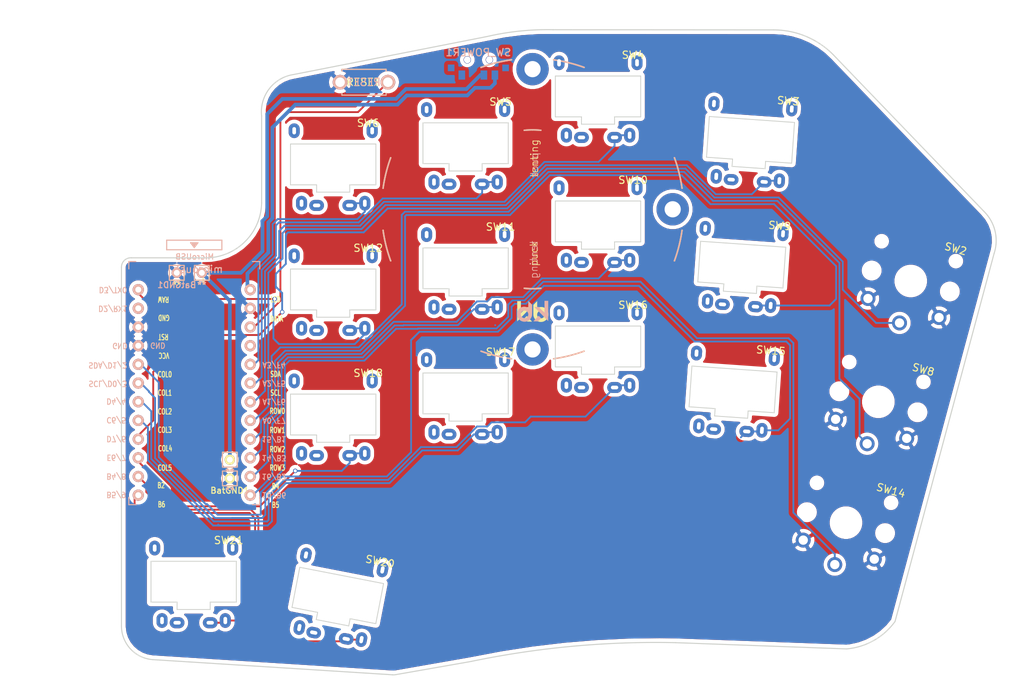
<source format=kicad_pcb>
(kicad_pcb (version 20171130) (host pcbnew 5.1.10)
  (title_block (title hypergolic) (date 2020-12-26) (rev 0.1) (company broomlabs))
  (layers (0 F.Cu signal) (31 B.Cu signal) (34 B.Paste user) (35 F.Paste user) (36 B.SilkS user) (37 F.SilkS user) (38 B.Mask user) (39 F.Mask user) (44 Edge.Cuts user))
  (net 0 "")
  (net 1 reset)
  (net 2 BT+)
  (net 3 gnd)
  (net 4 vcc)
  (net 5 Switch18)
  (net 6 Switch1)
  (net 7 Switch2)
  (net 8 Switch3)
  (net 9 Switch4)
  (net 10 Switch5)
  (net 11 Switch6)
  (net 12 Switch7)
  (net 13 Switch8)
  (net 14 Switch9)
  (net 15 Switch10)
  (net 16 Switch11)
  (net 17 Switch12)
  (net 18 Switch13)
  (net 19 Switch14)
  (net 20 Switch15)
  (net 21 Switch16)
  (net 22 Switch17)
  (net 23 "Net-(SW_POWER1-Pad1)")
  (net 24 raw)
  (module kbd:1pin_conn (layer F.Cu) (at 45.212 81.026)
    (fp_text reference ** (at 0 1.651) (layer F.SilkS) (effects (font (size 0.8128 0.8128))))
    (fp_text value Val** hide)
    (fp_text user ** (at 0 1.651) (layer B.SilkS) (effects (font (size 0.8128 0.8128)) (justify mirror)))
    (pad 1 thru_hole circle (at 0 0) (size 1.397 1.397) (drill 0.8128) (layers *.Cu *.Mask F.SilkS) (net 2 BT+))
  )
  (module kbd:1pin_conn (layer F.Cu) (at 45.212 83.566)
    (fp_text reference BatGND1 (at 0 1.651) (layer F.SilkS) (effects (font (size 0.8128 0.8128))))
    (fp_text value MountingHole_Pad hide)
    (fp_text user ** (at 0 1.651) (layer B.SilkS) (effects (font (size 0.8128 0.8128)) (justify mirror)))
    (pad 1 thru_hole circle (at 0 0) (size 1.397 1.397) (drill 0.8128) (layers *.Cu *.Mask F.SilkS) (net 3 gnd))
  )
  (module kbd:ProMicro_DPB (layer B.Cu) (at 40.378 72.39 180)
    (fp_text reference U1 hide)
    (fp_text value ProMicro-kbd hide)
    (fp_text user MicroUSB (at -0.05 18.95) (layer B.SilkS) (effects (font (size 0.75 0.75) (thickness 0.12)) (justify mirror)))
    (fp_text user B4/8 (at 10.605 -10.9 180 unlocked) (layer B.SilkS) (effects (font (size 0.75 0.67) (thickness 0.125)) (justify mirror)))
    (fp_text user D2/RX1 (at 11.055 11.9 180 unlocked) (layer B.SilkS) (effects (font (size 0.75 0.67) (thickness 0.125)) (justify mirror)))
    (fp_text user B5/9 (at 10.605 -13.4 180 unlocked) (layer B.SilkS) (effects (font (size 0.75 0.67) (thickness 0.125)) (justify mirror)))
    (fp_text user C6/5 (at 10.605 -3.25 180 unlocked) (layer B.SilkS) (effects (font (size 0.75 0.67) (thickness 0.125)) (justify mirror)))
    (fp_text user SCL/D0/3 (at 11.755 1.7 180 unlocked) (layer B.SilkS) (effects (font (size 0.75 0.67) (thickness 0.125)) (justify mirror)))
    (fp_text user SDA/D1/2 (at 11.755 4.2 180 unlocked) (layer B.SilkS) (effects (font (size 0.75 0.67) (thickness 0.125)) (justify mirror)))
    (fp_text user D4/4 (at 10.605 -0.7 180 unlocked) (layer B.SilkS) (effects (font (size 0.75 0.67) (thickness 0.125)) (justify mirror)))
    (fp_text user D3/TX0 (at 11.055 14.45 180 unlocked) (layer B.SilkS) (effects (font (size 0.75 0.67) (thickness 0.125)) (justify mirror)))
    (fp_text user GND (at 4.955 6.9 180 unlocked) (layer B.SilkS) (effects (font (size 0.75 0.67) (thickness 0.125)) (justify mirror)))
    (fp_text user GND (at 10.105 6.85 180 unlocked) (layer B.SilkS) (effects (font (size 0.75 0.67) (thickness 0.125)) (justify mirror)))
    (fp_text user D7/6 (at 10.605 -5.8 180 unlocked) (layer B.SilkS) (effects (font (size 0.75 0.67) (thickness 0.125)) (justify mirror)))
    (fp_text user E6/7 (at 10.605 -8.35 180 unlocked) (layer B.SilkS) (effects (font (size 0.75 0.67) (thickness 0.125)) (justify mirror)))
    (fp_text user 16/B2 (at -10.845 -10.95 180 unlocked) (layer B.SilkS) (effects (font (size 0.75 0.67) (thickness 0.125)) (justify mirror)))
    (fp_text user 10/B6 (at -10.845 -13.45 180 unlocked) (layer B.SilkS) (effects (font (size 0.75 0.67) (thickness 0.125)) (justify mirror)))
    (fp_text user 14/B3 (at -10.845 -8.4 180 unlocked) (layer B.SilkS) (effects (font (size 0.75 0.67) (thickness 0.125)) (justify mirror)))
    (fp_text user 15/B1 (at -10.845 -5.85 180 unlocked) (layer B.SilkS) (effects (font (size 0.75 0.67) (thickness 0.125)) (justify mirror)))
    (fp_text user A0/F7 (at -10.845 -3.3 180 unlocked) (layer B.SilkS) (effects (font (size 0.75 0.67) (thickness 0.125)) (justify mirror)))
    (fp_text user A1/F6 (at -10.845 -0.75 180 unlocked) (layer B.SilkS) (effects (font (size 0.75 0.67) (thickness 0.125)) (justify mirror)))
    (fp_text user A2/F5 (at -10.845 1.75 180 unlocked) (layer B.SilkS) (effects (font (size 0.75 0.67) (thickness 0.125)) (justify mirror)))
    (fp_text user A3/F4 (at -10.845 4.25 180 unlocked) (layer B.SilkS) (effects (font (size 0.75 0.67) (thickness 0.125)) (justify mirror)))
    (fp_text user VCC (at 4.1275 5.5245 180 unlocked) (layer F.SilkS) (effects (font (size 0.75 0.5) (thickness 0.125))))
    (fp_text user RST (at 4.191 8.0645 180 unlocked) (layer F.SilkS) (effects (font (size 0.75 0.5) (thickness 0.125))))
    (fp_text user GND (at 4.1275 10.668 180 unlocked) (layer F.SilkS) (effects (font (size 0.75 0.5) (thickness 0.125))))
    (fp_text user RAW (at 4.191 13.1445 180 unlocked) (layer F.SilkS) (effects (font (size 0.75 0.5) (thickness 0.125))))
    (fp_text user "" (at -0.545 17.4) (layer B.SilkS) (effects (justify mirror)))
    (fp_text user "" (at -1.2515 16.256) (layer F.SilkS))
    (fp_text user ROW1 (at -11.3 -4.6355) (layer F.SilkS) (effects (font (size 0.75 0.5) (thickness 0.125))))
    (fp_text user COL4 (at 3.95 -7.112) (layer F.SilkS) (effects (font (size 0.75 0.5) (thickness 0.125))))
    (fp_text user ROW2 (at -11.3 -7.239) (layer F.SilkS) (effects (font (size 0.75 0.5) (thickness 0.125))))
    (fp_text user COL5 (at 4 -9.75) (layer F.SilkS) (effects (font (size 0.75 0.5) (thickness 0.125))))
    (fp_text user ROW3 (at -11.3 -9.75) (layer F.SilkS) (effects (font (size 0.75 0.5) (thickness 0.125))))
    (fp_text user B2 (at 4.5085 -12.1285) (layer F.SilkS) (effects (font (size 0.75 0.5) (thickness 0.125))))
    (fp_text user B4 (at -11.049 -12.2555) (layer F.SilkS) (effects (font (size 0.75 0.5) (thickness 0.125))))
    (fp_text user B5 (at -11.049 -14.7955) (layer F.SilkS) (effects (font (size 0.75 0.5) (thickness 0.125))))
    (fp_text user B6 (at 4.445 -14.732) (layer F.SilkS) (effects (font (size 0.75 0.5) (thickness 0.125))))
    (fp_text user COL0 (at 4 2.95) (layer F.SilkS) (effects (font (size 0.75 0.5) (thickness 0.125))))
    (fp_text user SDA (at -11.049 2.9845) (layer F.SilkS) (effects (font (size 0.75 0.5) (thickness 0.125))))
    (fp_text user COL1 (at 4 0.4445) (layer F.SilkS) (effects (font (size 0.75 0.5) (thickness 0.125))))
    (fp_text user SCL (at -11.049 0.4445) (layer F.SilkS) (effects (font (size 0.75 0.5) (thickness 0.125))))
    (fp_text user COL2 (at 4 -2.1) (layer F.SilkS) (effects (font (size 0.75 0.5) (thickness 0.125))))
    (fp_text user ROW0 (at -11.3 -2.032) (layer F.SilkS) (effects (font (size 0.75 0.5) (thickness 0.125))))
    (fp_text user COL3 (at 4 -4.6) (layer F.SilkS) (effects (font (size 0.75 0.5) (thickness 0.125))))
    (fp_text user DATA (at -11.2 10.5) (layer F.SilkS) (effects (font (size 0.75 0.5) (thickness 0.125))))
    (fp_text user LED (at -11.049 13.1445) (layer F.SilkS) (effects (font (size 0.75 0.5) (thickness 0.125))))
    (fp_text user | (at -1.2065 16.256) (layer F.SilkS))
    (fp_text user microusb (at -0.5 17.25) (layer B.SilkS) (effects (justify mirror)))
    (pad 1 thru_hole circle (at 7.6114 14.478 180) (size 1.524 1.524) (drill 0.8128) (layers *.Cu *.Mask B.SilkS) (net 15 Switch10))
    (pad 2 thru_hole circle (at 7.6114 11.938 180) (size 1.524 1.524) (drill 0.8128) (layers *.Cu *.Mask B.SilkS) (net 5 Switch18))
    (pad 3 thru_hole circle (at 7.6114 9.398 180) (size 1.524 1.524) (drill 0.8128) (layers *.Cu *.Mask B.SilkS) (net 3 gnd))
    (pad 4 thru_hole circle (at 7.6114 6.858 180) (size 1.524 1.524) (drill 0.8128) (layers *.Cu *.Mask B.SilkS) (net 3 gnd))
    (pad 5 thru_hole circle (at 7.6114 4.318 180) (size 1.524 1.524) (drill 0.8128) (layers *.Cu *.Mask B.SilkS) (net 16 Switch11))
    (pad 6 thru_hole circle (at 7.6114 1.778 180) (size 1.524 1.524) (drill 0.8128) (layers *.Cu *.Mask B.SilkS) (net 17 Switch12))
    (pad 7 thru_hole circle (at 7.6114 -0.762 180) (size 1.524 1.524) (drill 0.8128) (layers *.Cu *.Mask B.SilkS) (net 18 Switch13))
    (pad 8 thru_hole circle (at 7.6114 -3.302 180) (size 1.524 1.524) (drill 0.8128) (layers *.Cu *.Mask B.SilkS) (net 19 Switch14))
    (pad 9 thru_hole circle (at 7.6114 -5.842 180) (size 1.524 1.524) (drill 0.8128) (layers *.Cu *.Mask B.SilkS) (net 6 Switch1))
    (pad 10 thru_hole circle (at 7.6114 -8.382 180) (size 1.524 1.524) (drill 0.8128) (layers *.Cu *.Mask B.SilkS) (net 20 Switch15))
    (pad 11 thru_hole circle (at 7.6114 -10.922 180) (size 1.524 1.524) (drill 0.8128) (layers *.Cu *.Mask B.SilkS) (net 21 Switch16))
    (pad 12 thru_hole circle (at 7.6114 -13.462 180) (size 1.524 1.524) (drill 0.8128) (layers *.Cu *.Mask B.SilkS) (net 22 Switch17))
    (pad 13 thru_hole circle (at -7.6086 -13.462 180) (size 1.524 1.524) (drill 0.8128) (layers *.Cu *.Mask B.SilkS) (net 14 Switch9))
    (pad 14 thru_hole circle (at -7.6086 -10.922 180) (size 1.524 1.524) (drill 0.8128) (layers *.Cu *.Mask B.SilkS) (net 13 Switch8))
    (pad 15 thru_hole circle (at -7.6086 -8.382 180) (size 1.524 1.524) (drill 0.8128) (layers *.Cu *.Mask B.SilkS) (net 12 Switch7))
    (pad 16 thru_hole circle (at -7.6086 -5.842 180) (size 1.524 1.524) (drill 0.8128) (layers *.Cu *.Mask B.SilkS) (net 11 Switch6))
    (pad 17 thru_hole circle (at -7.6086 -3.302 180) (size 1.524 1.524) (drill 0.8128) (layers *.Cu *.Mask B.SilkS) (net 7 Switch2))
    (pad 18 thru_hole circle (at -7.6086 -0.762 180) (size 1.524 1.524) (drill 0.8128) (layers *.Cu *.Mask B.SilkS) (net 8 Switch3))
    (pad 19 thru_hole circle (at -7.6086 1.778 180) (size 1.524 1.524) (drill 0.8128) (layers *.Cu *.Mask B.SilkS) (net 9 Switch4))
    (pad 20 thru_hole circle (at -7.6086 4.318 180) (size 1.524 1.524) (drill 0.8128) (layers *.Cu *.Mask B.SilkS) (net 10 Switch5))
    (pad 21 thru_hole circle (at -7.6086 6.858 180) (size 1.524 1.524) (drill 0.8128) (layers *.Cu *.Mask B.SilkS) (net 4 vcc))
    (pad 22 thru_hole circle (at -7.6086 9.398 180) (size 1.524 1.524) (drill 0.8128) (layers *.Cu *.Mask B.SilkS) (net 1 reset))
    (pad 23 thru_hole circle (at -7.6086 11.938 180) (size 1.524 1.524) (drill 0.8128) (layers *.Cu *.Mask B.SilkS) (net 3 gnd))
    (pad 24 thru_hole circle (at -7.6086 14.478 180) (size 1.524 1.524) (drill 0.8128) (layers *.Cu *.Mask B.SilkS) (net 24 raw))
  )
  (module kbd:1pin_conn (layer B.Cu) (at 41.402 55.626 180)
    (fp_text reference ** (at 0 -1.651) (layer B.SilkS) (effects (font (size 0.8128 0.8128)) (justify mirror)))
    (fp_text value Val** hide)
    (fp_text user ** (at 0 -1.651) (layer F.SilkS) (effects (font (size 0.8128 0.8128))))
    (pad 1 thru_hole circle (at 0 0 180) (size 1.397 1.397) (drill 0.8128) (layers *.Cu *.Mask B.SilkS) (net 2 BT+))
  )
  (module kbd:Tenting_Puck2-3 (layer B.Cu) (at 86.36 46.99 180)
    (fp_text reference REF**)
    (fp_text value "Tenting Puck")
    (fp_text user puck (at -0.1905 -6.0325 90 unlocked) (layer F.SilkS) (effects (font (thickness 0.1))))
    (fp_text user tenting (at -0.254 6.9215 270) (layer F.SilkS) (effects (font (thickness 0.1))))
    (fp_text user puck (at -0.254 6.0325 270) (layer B.SilkS) (effects (font (thickness 0.1)) (justify mirror)))
    (fp_text user tenting (at -0.1905 -6.858 270) (layer B.SilkS) (effects (font (thickness 0.1)) (justify mirror)))
    (pad 1 thru_hole circle (at -19.05 0 180) (size 4.4 4.4) (drill 2.2) (layers *.Cu *.Mask))
    (pad 1 thru_hole circle (at 0 -19.05 180) (size 4.4 4.4) (drill 2.2) (layers *.Cu *.Mask))
    (pad 1 thru_hole circle (at 0 19.05 180) (size 4.4 4.4) (drill 2.2) (layers *.Cu *.Mask))
  )
  (module kbd:Choc_Mini_PG1232_Choc_Spacing_dual (layer B.Cu) (at 59.26 75.064 180)
    (fp_text reference SW18 hide)
    (fp_text value SW_Push hide)
    (fp_line (start -5.8 2.95) (end 5.8 2.95) (layer Edge.Cuts) (width 0.12))
    (fp_line (start 5.8 2.95) (end 5.8 -2.6) (layer Edge.Cuts) (width 0.12))
    (fp_line (start -5.8 -2.6) (end -5.8 2.95) (layer Edge.Cuts) (width 0.12))
    (fp_line (start -2.25 -2.6) (end -2.25 -3.6) (layer Edge.Cuts) (width 0.12))
    (fp_line (start -2.25 -3.6) (end 2.25 -3.6) (layer Edge.Cuts) (width 0.12))
    (fp_line (start 2.25 -3.6) (end 2.25 -2.6) (layer Edge.Cuts) (width 0.12))
    (fp_line (start -2.25 -2.6) (end -5.8 -2.6) (layer Edge.Cuts) (width 0.12))
    (fp_line (start 2.25 -2.6) (end 5.8 -2.6) (layer Edge.Cuts) (width 0.12))
    (fp_text user %R (at -4.76 5.8) (layer F.SilkS))
    (pad 1 thru_hole oval (at -4.3 -5.1 180) (size 1.5 2) (drill oval 0.5 1) (layers *.Cu *.Mask) (net 20 Switch15) (clearance 0.2))
    (pad 2 thru_hole oval (at 2.25 -5.4 180) (size 2 1.5) (drill oval 1 0.5) (layers *.Cu *.Mask) (clearance 0.2))
    (pad 3 thru_hole oval (at 5.3 4.75 180) (size 1.5 2) (drill oval 0.5 1) (layers *.Cu *.Mask) (clearance 0.2))
    (pad 4 thru_hole oval (at -5.3 4.75 180) (size 1.5 2) (drill oval 0.5 1) (layers *.Cu *.Mask) (clearance 0.2))
    (pad 2 thru_hole oval (at 4.3 -5.1 180) (size 1.5 2) (drill oval 0.5 1) (layers *.Cu *.Mask) (clearance 0.2))
    (pad 1 thru_hole oval (at -2.25 -5.4 180) (size 2 1.5) (drill oval 1 0.5) (layers *.Cu *.Mask) (net 20 Switch15) (clearance 0.2))
  )
  (module kbd:Choc_Mini_PG1232_Choc_Spacing_dual (layer B.Cu) (at 115.9747 37.7256 176)
    (fp_text reference SW3 hide)
    (fp_text value SW_Push hide)
    (fp_line (start -5.8 2.95) (end 5.8 2.95) (layer Edge.Cuts) (width 0.12))
    (fp_line (start 5.8 2.95) (end 5.8 -2.6) (layer Edge.Cuts) (width 0.12))
    (fp_line (start -5.8 -2.6) (end -5.8 2.95) (layer Edge.Cuts) (width 0.12))
    (fp_line (start -2.25 -2.6) (end -2.25 -3.6) (layer Edge.Cuts) (width 0.12))
    (fp_line (start -2.25 -3.6) (end 2.25 -3.6) (layer Edge.Cuts) (width 0.12))
    (fp_line (start 2.25 -3.6) (end 2.25 -2.6) (layer Edge.Cuts) (width 0.12))
    (fp_line (start -2.25 -2.6) (end -5.8 -2.6) (layer Edge.Cuts) (width 0.12))
    (fp_line (start 2.25 -2.6) (end 5.8 -2.6) (layer Edge.Cuts) (width 0.12))
    (fp_text user %R (at -4.76 5.8 356) (layer F.SilkS))
    (pad 1 thru_hole oval (at -4.3 -5.1 176) (size 1.5 2) (drill oval 0.5 1) (layers *.Cu *.Mask) (net 7 Switch2) (clearance 0.2))
    (pad 2 thru_hole oval (at 2.25 -5.4 176) (size 2 1.5) (drill oval 1 0.5) (layers *.Cu *.Mask) (clearance 0.2))
    (pad 3 thru_hole oval (at 5.3 4.75 176) (size 1.5 2) (drill oval 0.5 1) (layers *.Cu *.Mask) (clearance 0.2))
    (pad 4 thru_hole oval (at -5.3 4.75 176) (size 1.5 2) (drill oval 0.5 1) (layers *.Cu *.Mask) (clearance 0.2))
    (pad 2 thru_hole oval (at 4.3 -5.1 176) (size 1.5 2) (drill oval 0.5 1) (layers *.Cu *.Mask) (clearance 0.2))
    (pad 1 thru_hole oval (at -2.25 -5.4 176) (size 2 1.5) (drill oval 1 0.5) (layers *.Cu *.Mask) (net 7 Switch2) (clearance 0.2))
  )
  (module kbd:Choc_Mini_PG1232_Choc_Spacing_dual (layer B.Cu) (at 59.26 58.064 180)
    (fp_text reference SW12 hide)
    (fp_text value SW_Push hide)
    (fp_line (start -5.8 2.95) (end 5.8 2.95) (layer Edge.Cuts) (width 0.12))
    (fp_line (start 5.8 2.95) (end 5.8 -2.6) (layer Edge.Cuts) (width 0.12))
    (fp_line (start -5.8 -2.6) (end -5.8 2.95) (layer Edge.Cuts) (width 0.12))
    (fp_line (start -2.25 -2.6) (end -2.25 -3.6) (layer Edge.Cuts) (width 0.12))
    (fp_line (start -2.25 -3.6) (end 2.25 -3.6) (layer Edge.Cuts) (width 0.12))
    (fp_line (start 2.25 -3.6) (end 2.25 -2.6) (layer Edge.Cuts) (width 0.12))
    (fp_line (start -2.25 -2.6) (end -5.8 -2.6) (layer Edge.Cuts) (width 0.12))
    (fp_line (start 2.25 -2.6) (end 5.8 -2.6) (layer Edge.Cuts) (width 0.12))
    (fp_text user %R (at -4.76 5.8) (layer F.SilkS))
    (pad 1 thru_hole oval (at -4.3 -5.1 180) (size 1.5 2) (drill oval 0.5 1) (layers *.Cu *.Mask) (net 15 Switch10) (clearance 0.2))
    (pad 2 thru_hole oval (at 2.25 -5.4 180) (size 2 1.5) (drill oval 1 0.5) (layers *.Cu *.Mask) (clearance 0.2))
    (pad 3 thru_hole oval (at 5.3 4.75 180) (size 1.5 2) (drill oval 0.5 1) (layers *.Cu *.Mask) (clearance 0.2))
    (pad 4 thru_hole oval (at -5.3 4.75 180) (size 1.5 2) (drill oval 0.5 1) (layers *.Cu *.Mask) (clearance 0.2))
    (pad 2 thru_hole oval (at 4.3 -5.1 180) (size 1.5 2) (drill oval 0.5 1) (layers *.Cu *.Mask) (clearance 0.2))
    (pad 1 thru_hole oval (at -2.25 -5.4 180) (size 2 1.5) (drill oval 1 0.5) (layers *.Cu *.Mask) (net 15 Switch10) (clearance 0.2))
  )
  (module kbd:Choc_Mini_PG1232_Choc_Spacing_dual (layer B.Cu) (at 40.294 97.79 180)
    (fp_text reference SW21 hide)
    (fp_text value SW_Push hide)
    (fp_line (start -5.8 2.95) (end 5.8 2.95) (layer Edge.Cuts) (width 0.12))
    (fp_line (start 5.8 2.95) (end 5.8 -2.6) (layer Edge.Cuts) (width 0.12))
    (fp_line (start -5.8 -2.6) (end -5.8 2.95) (layer Edge.Cuts) (width 0.12))
    (fp_line (start -2.25 -2.6) (end -2.25 -3.6) (layer Edge.Cuts) (width 0.12))
    (fp_line (start -2.25 -3.6) (end 2.25 -3.6) (layer Edge.Cuts) (width 0.12))
    (fp_line (start 2.25 -3.6) (end 2.25 -2.6) (layer Edge.Cuts) (width 0.12))
    (fp_line (start -2.25 -2.6) (end -5.8 -2.6) (layer Edge.Cuts) (width 0.12))
    (fp_line (start 2.25 -2.6) (end 5.8 -2.6) (layer Edge.Cuts) (width 0.12))
    (fp_text user %R (at -4.76 5.8) (layer F.SilkS))
    (pad 1 thru_hole oval (at -4.3 -5.1 180) (size 1.5 2) (drill oval 0.5 1) (layers *.Cu *.Mask) (net 22 Switch17) (clearance 0.2))
    (pad 2 thru_hole oval (at 2.25 -5.4 180) (size 2 1.5) (drill oval 1 0.5) (layers *.Cu *.Mask) (clearance 0.2))
    (pad 3 thru_hole oval (at 5.3 4.75 180) (size 1.5 2) (drill oval 0.5 1) (layers *.Cu *.Mask) (clearance 0.2))
    (pad 4 thru_hole oval (at -5.3 4.75 180) (size 1.5 2) (drill oval 0.5 1) (layers *.Cu *.Mask) (clearance 0.2))
    (pad 2 thru_hole oval (at 4.3 -5.1 180) (size 1.5 2) (drill oval 0.5 1) (layers *.Cu *.Mask) (clearance 0.2))
    (pad 1 thru_hole oval (at -2.25 -5.4 180) (size 2 1.5) (drill oval 1 0.5) (layers *.Cu *.Mask) (net 22 Switch17) (clearance 0.2))
  )
  (module kbd:Choc_Mini_PG1232_Choc_Spacing_dual (layer B.Cu) (at 59.852 99.658 169)
    (fp_text reference SW20 hide)
    (fp_text value SW_Push hide)
    (fp_line (start -5.8 2.95) (end 5.8 2.95) (layer Edge.Cuts) (width 0.12))
    (fp_line (start 5.8 2.95) (end 5.8 -2.6) (layer Edge.Cuts) (width 0.12))
    (fp_line (start -5.8 -2.6) (end -5.8 2.95) (layer Edge.Cuts) (width 0.12))
    (fp_line (start -2.25 -2.6) (end -2.25 -3.6) (layer Edge.Cuts) (width 0.12))
    (fp_line (start -2.25 -3.6) (end 2.25 -3.6) (layer Edge.Cuts) (width 0.12))
    (fp_line (start 2.25 -3.6) (end 2.25 -2.6) (layer Edge.Cuts) (width 0.12))
    (fp_line (start -2.25 -2.6) (end -5.8 -2.6) (layer Edge.Cuts) (width 0.12))
    (fp_line (start 2.25 -2.6) (end 5.8 -2.6) (layer Edge.Cuts) (width 0.12))
    (fp_text user %R (at -4.76 5.8 349) (layer F.SilkS))
    (pad 1 thru_hole oval (at -4.3 -5.1 169) (size 1.5 2) (drill oval 0.5 1) (layers *.Cu *.Mask) (net 21 Switch16) (clearance 0.2))
    (pad 2 thru_hole oval (at 2.25 -5.4 169) (size 2 1.5) (drill oval 1 0.5) (layers *.Cu *.Mask) (clearance 0.2))
    (pad 3 thru_hole oval (at 5.3 4.75 169) (size 1.5 2) (drill oval 0.5 1) (layers *.Cu *.Mask) (clearance 0.2))
    (pad 4 thru_hole oval (at -5.3 4.75 169) (size 1.5 2) (drill oval 0.5 1) (layers *.Cu *.Mask) (clearance 0.2))
    (pad 2 thru_hole oval (at 4.3 -5.1 169) (size 1.5 2) (drill oval 0.5 1) (layers *.Cu *.Mask) (clearance 0.2))
    (pad 1 thru_hole oval (at -2.25 -5.4 169) (size 2 1.5) (drill oval 1 0.5) (layers *.Cu *.Mask) (net 21 Switch16) (clearance 0.2))
  )
  (module kbd:Choc_Mini_PG1232_Choc_Spacing_dual (layer B.Cu) (at 77.26 72.189 180)
    (fp_text reference SW17 hide)
    (fp_text value SW_Push hide)
    (fp_line (start -5.8 2.95) (end 5.8 2.95) (layer Edge.Cuts) (width 0.12))
    (fp_line (start 5.8 2.95) (end 5.8 -2.6) (layer Edge.Cuts) (width 0.12))
    (fp_line (start -5.8 -2.6) (end -5.8 2.95) (layer Edge.Cuts) (width 0.12))
    (fp_line (start -2.25 -2.6) (end -2.25 -3.6) (layer Edge.Cuts) (width 0.12))
    (fp_line (start -2.25 -3.6) (end 2.25 -3.6) (layer Edge.Cuts) (width 0.12))
    (fp_line (start 2.25 -3.6) (end 2.25 -2.6) (layer Edge.Cuts) (width 0.12))
    (fp_line (start -2.25 -2.6) (end -5.8 -2.6) (layer Edge.Cuts) (width 0.12))
    (fp_line (start 2.25 -2.6) (end 5.8 -2.6) (layer Edge.Cuts) (width 0.12))
    (fp_text user %R (at -4.76 5.8) (layer F.SilkS))
    (pad 1 thru_hole oval (at -4.3 -5.1 180) (size 1.5 2) (drill oval 0.5 1) (layers *.Cu *.Mask) (net 19 Switch14) (clearance 0.2))
    (pad 2 thru_hole oval (at 2.25 -5.4 180) (size 2 1.5) (drill oval 1 0.5) (layers *.Cu *.Mask) (clearance 0.2))
    (pad 3 thru_hole oval (at 5.3 4.75 180) (size 1.5 2) (drill oval 0.5 1) (layers *.Cu *.Mask) (clearance 0.2))
    (pad 4 thru_hole oval (at -5.3 4.75 180) (size 1.5 2) (drill oval 0.5 1) (layers *.Cu *.Mask) (clearance 0.2))
    (pad 2 thru_hole oval (at 4.3 -5.1 180) (size 1.5 2) (drill oval 0.5 1) (layers *.Cu *.Mask) (clearance 0.2))
    (pad 1 thru_hole oval (at -2.25 -5.4 180) (size 2 1.5) (drill oval 1 0.5) (layers *.Cu *.Mask) (net 19 Switch14) (clearance 0.2))
  )
  (module kbd:Choc_Mini_PG1232_Choc_Spacing_dual (layer B.Cu) (at 95.26 65.814 180)
    (fp_text reference SW16 hide)
    (fp_text value SW_Push hide)
    (fp_line (start -5.8 2.95) (end 5.8 2.95) (layer Edge.Cuts) (width 0.12))
    (fp_line (start 5.8 2.95) (end 5.8 -2.6) (layer Edge.Cuts) (width 0.12))
    (fp_line (start -5.8 -2.6) (end -5.8 2.95) (layer Edge.Cuts) (width 0.12))
    (fp_line (start -2.25 -2.6) (end -2.25 -3.6) (layer Edge.Cuts) (width 0.12))
    (fp_line (start -2.25 -3.6) (end 2.25 -3.6) (layer Edge.Cuts) (width 0.12))
    (fp_line (start 2.25 -3.6) (end 2.25 -2.6) (layer Edge.Cuts) (width 0.12))
    (fp_line (start -2.25 -2.6) (end -5.8 -2.6) (layer Edge.Cuts) (width 0.12))
    (fp_line (start 2.25 -2.6) (end 5.8 -2.6) (layer Edge.Cuts) (width 0.12))
    (fp_text user %R (at -4.76 5.8) (layer F.SilkS))
    (pad 1 thru_hole oval (at -4.3 -5.1 180) (size 1.5 2) (drill oval 0.5 1) (layers *.Cu *.Mask) (net 18 Switch13) (clearance 0.2))
    (pad 2 thru_hole oval (at 2.25 -5.4 180) (size 2 1.5) (drill oval 1 0.5) (layers *.Cu *.Mask) (clearance 0.2))
    (pad 3 thru_hole oval (at 5.3 4.75 180) (size 1.5 2) (drill oval 0.5 1) (layers *.Cu *.Mask) (clearance 0.2))
    (pad 4 thru_hole oval (at -5.3 4.75 180) (size 1.5 2) (drill oval 0.5 1) (layers *.Cu *.Mask) (clearance 0.2))
    (pad 2 thru_hole oval (at 4.3 -5.1 180) (size 1.5 2) (drill oval 0.5 1) (layers *.Cu *.Mask) (clearance 0.2))
    (pad 1 thru_hole oval (at -2.25 -5.4 180) (size 2 1.5) (drill oval 1 0.5) (layers *.Cu *.Mask) (net 18 Switch13) (clearance 0.2))
  )
  (module kbd:Choc_Mini_PG1232_Choc_Spacing_dual (layer B.Cu) (at 113.6027 71.6477 176)
    (fp_text reference SW15 hide)
    (fp_text value SW_Push hide)
    (fp_line (start -5.8 2.95) (end 5.8 2.95) (layer Edge.Cuts) (width 0.12))
    (fp_line (start 5.8 2.95) (end 5.8 -2.6) (layer Edge.Cuts) (width 0.12))
    (fp_line (start -5.8 -2.6) (end -5.8 2.95) (layer Edge.Cuts) (width 0.12))
    (fp_line (start -2.25 -2.6) (end -2.25 -3.6) (layer Edge.Cuts) (width 0.12))
    (fp_line (start -2.25 -3.6) (end 2.25 -3.6) (layer Edge.Cuts) (width 0.12))
    (fp_line (start 2.25 -3.6) (end 2.25 -2.6) (layer Edge.Cuts) (width 0.12))
    (fp_line (start -2.25 -2.6) (end -5.8 -2.6) (layer Edge.Cuts) (width 0.12))
    (fp_line (start 2.25 -2.6) (end 5.8 -2.6) (layer Edge.Cuts) (width 0.12))
    (fp_text user %R (at -4.76 5.8 356) (layer F.SilkS))
    (pad 1 thru_hole oval (at -4.3 -5.1 176) (size 1.5 2) (drill oval 0.5 1) (layers *.Cu *.Mask) (net 17 Switch12) (clearance 0.2))
    (pad 2 thru_hole oval (at 2.25 -5.4 176) (size 2 1.5) (drill oval 1 0.5) (layers *.Cu *.Mask) (clearance 0.2))
    (pad 3 thru_hole oval (at 5.3 4.75 176) (size 1.5 2) (drill oval 0.5 1) (layers *.Cu *.Mask) (clearance 0.2))
    (pad 4 thru_hole oval (at -5.3 4.75 176) (size 1.5 2) (drill oval 0.5 1) (layers *.Cu *.Mask) (clearance 0.2))
    (pad 2 thru_hole oval (at 4.3 -5.1 176) (size 1.5 2) (drill oval 0.5 1) (layers *.Cu *.Mask) (clearance 0.2))
    (pad 1 thru_hole oval (at -2.25 -5.4 176) (size 2 1.5) (drill oval 1 0.5) (layers *.Cu *.Mask) (net 17 Switch12) (clearance 0.2))
  )
  (module kbd:Choc_Mini_PG1232_Choc_Spacing_dual (layer B.Cu) (at 77.26 55.184 180)
    (fp_text reference SW11 hide)
    (fp_text value SW_Push hide)
    (fp_line (start -5.8 2.95) (end 5.8 2.95) (layer Edge.Cuts) (width 0.12))
    (fp_line (start 5.8 2.95) (end 5.8 -2.6) (layer Edge.Cuts) (width 0.12))
    (fp_line (start -5.8 -2.6) (end -5.8 2.95) (layer Edge.Cuts) (width 0.12))
    (fp_line (start -2.25 -2.6) (end -2.25 -3.6) (layer Edge.Cuts) (width 0.12))
    (fp_line (start -2.25 -3.6) (end 2.25 -3.6) (layer Edge.Cuts) (width 0.12))
    (fp_line (start 2.25 -3.6) (end 2.25 -2.6) (layer Edge.Cuts) (width 0.12))
    (fp_line (start -2.25 -2.6) (end -5.8 -2.6) (layer Edge.Cuts) (width 0.12))
    (fp_line (start 2.25 -2.6) (end 5.8 -2.6) (layer Edge.Cuts) (width 0.12))
    (fp_text user %R (at -4.76 5.8) (layer F.SilkS))
    (pad 1 thru_hole oval (at -4.3 -5.1 180) (size 1.5 2) (drill oval 0.5 1) (layers *.Cu *.Mask) (net 14 Switch9) (clearance 0.2))
    (pad 2 thru_hole oval (at 2.25 -5.4 180) (size 2 1.5) (drill oval 1 0.5) (layers *.Cu *.Mask) (clearance 0.2))
    (pad 3 thru_hole oval (at 5.3 4.75 180) (size 1.5 2) (drill oval 0.5 1) (layers *.Cu *.Mask) (clearance 0.2))
    (pad 4 thru_hole oval (at -5.3 4.75 180) (size 1.5 2) (drill oval 0.5 1) (layers *.Cu *.Mask) (clearance 0.2))
    (pad 2 thru_hole oval (at 4.3 -5.1 180) (size 1.5 2) (drill oval 0.5 1) (layers *.Cu *.Mask) (clearance 0.2))
    (pad 1 thru_hole oval (at -2.25 -5.4 180) (size 2 1.5) (drill oval 1 0.5) (layers *.Cu *.Mask) (net 14 Switch9) (clearance 0.2))
  )
  (module kbd:Choc_Mini_PG1232_Choc_Spacing_dual (layer B.Cu) (at 95.26 48.814 180)
    (fp_text reference SW10 hide)
    (fp_text value SW_Push hide)
    (fp_line (start -5.8 2.95) (end 5.8 2.95) (layer Edge.Cuts) (width 0.12))
    (fp_line (start 5.8 2.95) (end 5.8 -2.6) (layer Edge.Cuts) (width 0.12))
    (fp_line (start -5.8 -2.6) (end -5.8 2.95) (layer Edge.Cuts) (width 0.12))
    (fp_line (start -2.25 -2.6) (end -2.25 -3.6) (layer Edge.Cuts) (width 0.12))
    (fp_line (start -2.25 -3.6) (end 2.25 -3.6) (layer Edge.Cuts) (width 0.12))
    (fp_line (start 2.25 -3.6) (end 2.25 -2.6) (layer Edge.Cuts) (width 0.12))
    (fp_line (start -2.25 -2.6) (end -5.8 -2.6) (layer Edge.Cuts) (width 0.12))
    (fp_line (start 2.25 -2.6) (end 5.8 -2.6) (layer Edge.Cuts) (width 0.12))
    (fp_text user %R (at -4.76 5.8) (layer F.SilkS))
    (pad 1 thru_hole oval (at -4.3 -5.1 180) (size 1.5 2) (drill oval 0.5 1) (layers *.Cu *.Mask) (net 13 Switch8) (clearance 0.2))
    (pad 2 thru_hole oval (at 2.25 -5.4 180) (size 2 1.5) (drill oval 1 0.5) (layers *.Cu *.Mask) (clearance 0.2))
    (pad 3 thru_hole oval (at 5.3 4.75 180) (size 1.5 2) (drill oval 0.5 1) (layers *.Cu *.Mask) (clearance 0.2))
    (pad 4 thru_hole oval (at -5.3 4.75 180) (size 1.5 2) (drill oval 0.5 1) (layers *.Cu *.Mask) (clearance 0.2))
    (pad 2 thru_hole oval (at 4.3 -5.1 180) (size 1.5 2) (drill oval 0.5 1) (layers *.Cu *.Mask) (clearance 0.2))
    (pad 1 thru_hole oval (at -2.25 -5.4 180) (size 2 1.5) (drill oval 1 0.5) (layers *.Cu *.Mask) (net 13 Switch8) (clearance 0.2))
  )
  (module kbd:Choc_Mini_PG1232_Choc_Spacing_dual (layer B.Cu) (at 114.7889 54.6842 176)
    (fp_text reference SW9 hide)
    (fp_text value SW_Push hide)
    (fp_line (start -5.8 2.95) (end 5.8 2.95) (layer Edge.Cuts) (width 0.12))
    (fp_line (start 5.8 2.95) (end 5.8 -2.6) (layer Edge.Cuts) (width 0.12))
    (fp_line (start -5.8 -2.6) (end -5.8 2.95) (layer Edge.Cuts) (width 0.12))
    (fp_line (start -2.25 -2.6) (end -2.25 -3.6) (layer Edge.Cuts) (width 0.12))
    (fp_line (start -2.25 -3.6) (end 2.25 -3.6) (layer Edge.Cuts) (width 0.12))
    (fp_line (start 2.25 -3.6) (end 2.25 -2.6) (layer Edge.Cuts) (width 0.12))
    (fp_line (start -2.25 -2.6) (end -5.8 -2.6) (layer Edge.Cuts) (width 0.12))
    (fp_line (start 2.25 -2.6) (end 5.8 -2.6) (layer Edge.Cuts) (width 0.12))
    (fp_text user %R (at -4.76 5.8 356) (layer F.SilkS))
    (pad 1 thru_hole oval (at -4.3 -5.1 176) (size 1.5 2) (drill oval 0.5 1) (layers *.Cu *.Mask) (net 12 Switch7) (clearance 0.2))
    (pad 2 thru_hole oval (at 2.25 -5.4 176) (size 2 1.5) (drill oval 1 0.5) (layers *.Cu *.Mask) (clearance 0.2))
    (pad 3 thru_hole oval (at 5.3 4.75 176) (size 1.5 2) (drill oval 0.5 1) (layers *.Cu *.Mask) (clearance 0.2))
    (pad 4 thru_hole oval (at -5.3 4.75 176) (size 1.5 2) (drill oval 0.5 1) (layers *.Cu *.Mask) (clearance 0.2))
    (pad 2 thru_hole oval (at 4.3 -5.1 176) (size 1.5 2) (drill oval 0.5 1) (layers *.Cu *.Mask) (clearance 0.2))
    (pad 1 thru_hole oval (at -2.25 -5.4 176) (size 2 1.5) (drill oval 1 0.5) (layers *.Cu *.Mask) (net 12 Switch7) (clearance 0.2))
  )
  (module kbd:Choc_Mini_PG1232_Choc_Spacing_dual (layer B.Cu) (at 59.26 41.064 180)
    (fp_text reference SW6 hide)
    (fp_text value SW_Push hide)
    (fp_line (start -5.8 2.95) (end 5.8 2.95) (layer Edge.Cuts) (width 0.12))
    (fp_line (start 5.8 2.95) (end 5.8 -2.6) (layer Edge.Cuts) (width 0.12))
    (fp_line (start -5.8 -2.6) (end -5.8 2.95) (layer Edge.Cuts) (width 0.12))
    (fp_line (start -2.25 -2.6) (end -2.25 -3.6) (layer Edge.Cuts) (width 0.12))
    (fp_line (start -2.25 -3.6) (end 2.25 -3.6) (layer Edge.Cuts) (width 0.12))
    (fp_line (start 2.25 -3.6) (end 2.25 -2.6) (layer Edge.Cuts) (width 0.12))
    (fp_line (start -2.25 -2.6) (end -5.8 -2.6) (layer Edge.Cuts) (width 0.12))
    (fp_line (start 2.25 -2.6) (end 5.8 -2.6) (layer Edge.Cuts) (width 0.12))
    (fp_text user %R (at -4.76 5.8) (layer F.SilkS))
    (pad 1 thru_hole oval (at -4.3 -5.1 180) (size 1.5 2) (drill oval 0.5 1) (layers *.Cu *.Mask) (net 10 Switch5) (clearance 0.2))
    (pad 2 thru_hole oval (at 2.25 -5.4 180) (size 2 1.5) (drill oval 1 0.5) (layers *.Cu *.Mask) (clearance 0.2))
    (pad 3 thru_hole oval (at 5.3 4.75 180) (size 1.5 2) (drill oval 0.5 1) (layers *.Cu *.Mask) (clearance 0.2))
    (pad 4 thru_hole oval (at -5.3 4.75 180) (size 1.5 2) (drill oval 0.5 1) (layers *.Cu *.Mask) (clearance 0.2))
    (pad 2 thru_hole oval (at 4.3 -5.1 180) (size 1.5 2) (drill oval 0.5 1) (layers *.Cu *.Mask) (clearance 0.2))
    (pad 1 thru_hole oval (at -2.25 -5.4 180) (size 2 1.5) (drill oval 1 0.5) (layers *.Cu *.Mask) (net 10 Switch5) (clearance 0.2))
  )
  (module kbd:Choc_Mini_PG1232_Choc_Spacing_dual (layer B.Cu) (at 77.26 38.184 180)
    (fp_text reference SW5 hide)
    (fp_text value SW_Push hide)
    (fp_line (start -5.8 2.95) (end 5.8 2.95) (layer Edge.Cuts) (width 0.12))
    (fp_line (start 5.8 2.95) (end 5.8 -2.6) (layer Edge.Cuts) (width 0.12))
    (fp_line (start -5.8 -2.6) (end -5.8 2.95) (layer Edge.Cuts) (width 0.12))
    (fp_line (start -2.25 -2.6) (end -2.25 -3.6) (layer Edge.Cuts) (width 0.12))
    (fp_line (start -2.25 -3.6) (end 2.25 -3.6) (layer Edge.Cuts) (width 0.12))
    (fp_line (start 2.25 -3.6) (end 2.25 -2.6) (layer Edge.Cuts) (width 0.12))
    (fp_line (start -2.25 -2.6) (end -5.8 -2.6) (layer Edge.Cuts) (width 0.12))
    (fp_line (start 2.25 -2.6) (end 5.8 -2.6) (layer Edge.Cuts) (width 0.12))
    (fp_text user %R (at -4.76 5.8) (layer F.SilkS))
    (pad 1 thru_hole oval (at -4.3 -5.1 180) (size 1.5 2) (drill oval 0.5 1) (layers *.Cu *.Mask) (net 9 Switch4) (clearance 0.2))
    (pad 2 thru_hole oval (at 2.25 -5.4 180) (size 2 1.5) (drill oval 1 0.5) (layers *.Cu *.Mask) (clearance 0.2))
    (pad 3 thru_hole oval (at 5.3 4.75 180) (size 1.5 2) (drill oval 0.5 1) (layers *.Cu *.Mask) (clearance 0.2))
    (pad 4 thru_hole oval (at -5.3 4.75 180) (size 1.5 2) (drill oval 0.5 1) (layers *.Cu *.Mask) (clearance 0.2))
    (pad 2 thru_hole oval (at 4.3 -5.1 180) (size 1.5 2) (drill oval 0.5 1) (layers *.Cu *.Mask) (clearance 0.2))
    (pad 1 thru_hole oval (at -2.25 -5.4 180) (size 2 1.5) (drill oval 1 0.5) (layers *.Cu *.Mask) (net 9 Switch4) (clearance 0.2))
  )
  (module kbd:Choc_Mini_PG1232_Choc_Spacing_dual (layer B.Cu) (at 95.26 31.824 180)
    (fp_text reference SW4 hide)
    (fp_text value SW_Push hide)
    (fp_line (start -5.8 2.95) (end 5.8 2.95) (layer Edge.Cuts) (width 0.12))
    (fp_line (start 5.8 2.95) (end 5.8 -2.6) (layer Edge.Cuts) (width 0.12))
    (fp_line (start -5.8 -2.6) (end -5.8 2.95) (layer Edge.Cuts) (width 0.12))
    (fp_line (start -2.25 -2.6) (end -2.25 -3.6) (layer Edge.Cuts) (width 0.12))
    (fp_line (start -2.25 -3.6) (end 2.25 -3.6) (layer Edge.Cuts) (width 0.12))
    (fp_line (start 2.25 -3.6) (end 2.25 -2.6) (layer Edge.Cuts) (width 0.12))
    (fp_line (start -2.25 -2.6) (end -5.8 -2.6) (layer Edge.Cuts) (width 0.12))
    (fp_line (start 2.25 -2.6) (end 5.8 -2.6) (layer Edge.Cuts) (width 0.12))
    (fp_text user %R (at -4.76 5.8) (layer F.SilkS))
    (pad 1 thru_hole oval (at -4.3 -5.1 180) (size 1.5 2) (drill oval 0.5 1) (layers *.Cu *.Mask) (net 8 Switch3) (clearance 0.2))
    (pad 2 thru_hole oval (at 2.25 -5.4 180) (size 2 1.5) (drill oval 1 0.5) (layers *.Cu *.Mask) (clearance 0.2))
    (pad 3 thru_hole oval (at 5.3 4.75 180) (size 1.5 2) (drill oval 0.5 1) (layers *.Cu *.Mask) (clearance 0.2))
    (pad 4 thru_hole oval (at -5.3 4.75 180) (size 1.5 2) (drill oval 0.5 1) (layers *.Cu *.Mask) (clearance 0.2))
    (pad 2 thru_hole oval (at 4.3 -5.1 180) (size 1.5 2) (drill oval 0.5 1) (layers *.Cu *.Mask) (clearance 0.2))
    (pad 1 thru_hole oval (at -2.25 -5.4 180) (size 2 1.5) (drill oval 1 0.5) (layers *.Cu *.Mask) (net 8 Switch3) (clearance 0.2))
  )
  (module Kailh:SW_PG1350_rev_DPB (layer B.Cu) (at 128.9675 89.5857 165)
    (fp_text reference SW14 hide)
    (fp_text value SW_Push hide)
    (fp_text user %R (at -4.76 5.8 345) (layer F.SilkS))
    (pad "" np_thru_hole circle (at -5.5 0 165) (size 1.7018 1.7018) (drill 1.7018) (layers *.Cu *.Mask))
    (pad "" np_thru_hole circle (at 5.5 0 165) (size 1.7018 1.7018) (drill 1.7018) (layers *.Cu *.Mask))
    (pad "" np_thru_hole circle (at 5.22 4.2 165) (size 0.9906 0.9906) (drill 0.9906) (layers *.Cu *.Mask))
    (pad 1 thru_hole circle (at 0 -5.9 165) (size 2.032 2.032) (drill 1.27) (layers *.Cu *.Mask) (net 16 Switch11))
    (pad 2 thru_hole circle (at -5 -3.8 165) (size 2.032 2.032) (drill 1.27) (layers *.Cu *.Mask) (net 3 gnd))
    (pad "" np_thru_hole circle (at 0 0 165) (size 3.429 3.429) (drill 3.429) (layers *.Cu *.Mask))
    (pad 2 thru_hole circle (at 5 -3.8 165) (size 2.032 2.032) (drill 1.27) (layers *.Cu *.Mask) (net 3 gnd))
    (pad "" np_thru_hole circle (at -5.22 4.2 165) (size 0.9906 0.9906) (drill 0.9906) (layers *.Cu *.Mask))
  )
  (module Kailh:SW_PG1350_rev_DPB (layer B.Cu) (at 133.3687 73.1601 165)
    (fp_text reference SW8 hide)
    (fp_text value SW_Push hide)
    (fp_text user %R (at -4.76 5.8 345) (layer F.SilkS))
    (pad "" np_thru_hole circle (at -5.5 0 165) (size 1.7018 1.7018) (drill 1.7018) (layers *.Cu *.Mask))
    (pad "" np_thru_hole circle (at 5.5 0 165) (size 1.7018 1.7018) (drill 1.7018) (layers *.Cu *.Mask))
    (pad "" np_thru_hole circle (at 5.22 4.2 165) (size 0.9906 0.9906) (drill 0.9906) (layers *.Cu *.Mask))
    (pad 1 thru_hole circle (at 0 -5.9 165) (size 2.032 2.032) (drill 1.27) (layers *.Cu *.Mask) (net 11 Switch6))
    (pad 2 thru_hole circle (at -5 -3.8 165) (size 2.032 2.032) (drill 1.27) (layers *.Cu *.Mask) (net 3 gnd))
    (pad "" np_thru_hole circle (at 0 0 165) (size 3.429 3.429) (drill 3.429) (layers *.Cu *.Mask))
    (pad 2 thru_hole circle (at 5 -3.8 165) (size 2.032 2.032) (drill 1.27) (layers *.Cu *.Mask) (net 3 gnd))
    (pad "" np_thru_hole circle (at -5.22 4.2 165) (size 0.9906 0.9906) (drill 0.9906) (layers *.Cu *.Mask))
  )
  (module Kailh:SW_PG1350_rev_DPB (layer B.Cu) (at 137.7686 56.7394 165)
    (fp_text reference SW2 hide)
    (fp_text value SW_Push hide)
    (fp_text user %R (at -4.76 5.8 345) (layer F.SilkS))
    (pad "" np_thru_hole circle (at -5.5 0 165) (size 1.7018 1.7018) (drill 1.7018) (layers *.Cu *.Mask))
    (pad "" np_thru_hole circle (at 5.5 0 165) (size 1.7018 1.7018) (drill 1.7018) (layers *.Cu *.Mask))
    (pad "" np_thru_hole circle (at 5.22 4.2 165) (size 0.9906 0.9906) (drill 0.9906) (layers *.Cu *.Mask))
    (pad 1 thru_hole circle (at 0 -5.9 165) (size 2.032 2.032) (drill 1.27) (layers *.Cu *.Mask) (net 6 Switch1))
    (pad 2 thru_hole circle (at -5 -3.8 165) (size 2.032 2.032) (drill 1.27) (layers *.Cu *.Mask) (net 3 gnd))
    (pad "" np_thru_hole circle (at 0 0 165) (size 3.429 3.429) (drill 3.429) (layers *.Cu *.Mask))
    (pad 2 thru_hole circle (at 5 -3.8 165) (size 2.032 2.032) (drill 1.27) (layers *.Cu *.Mask) (net 3 gnd))
    (pad "" np_thru_hole circle (at -5.22 4.2 165) (size 0.9906 0.9906) (drill 0.9906) (layers *.Cu *.Mask))
  )
  (module Kailh:SPDT_C128955 (layer B.Cu) (at 78.994 26.67 180)
    (fp_text reference SW_POWER1 (at 0 1) (layer B.SilkS) (effects (justify mirror)))
    (fp_text value SW_SPDT)
    (pad 0 smd rect (at -3.7 1.1 180) (size 0.9 0.9) (layers B.Cu B.Paste B.Mask))
    (pad 0 smd rect (at -3.7 -1.1 180) (size 0.9 0.9) (layers B.Cu B.Paste B.Mask))
    (pad 0 smd rect (at 3.7 -1.1 180) (size 0.9 0.9) (layers B.Cu B.Paste B.Mask))
    (pad 0 smd rect (at 3.7 1.1 180) (size 0.9 0.9) (layers B.Cu B.Paste B.Mask))
    (pad 1 smd rect (at 2.25 -2.075 180) (size 0.9 1.25) (layers B.Cu B.Paste B.Mask) (net 23 "Net-(SW_POWER1-Pad1)"))
    (pad 3 smd rect (at -2.25 -2.075 180) (size 0.9 1.25) (layers B.Cu B.Paste B.Mask) (net 24 raw))
    (pad 2 smd rect (at -0.75 -2.075 180) (size 0.9 1.25) (layers B.Cu B.Paste B.Mask) (net 2 BT+))
    (pad "" np_thru_hole circle (at -1.5 0 180) (size 1 1) (drill 0.9) (layers *.Cu *.Mask))
    (pad "" np_thru_hole circle (at 1.5 0 180) (size 1 1) (drill 0.9) (layers *.Cu *.Mask))
  )
  (module kbd:ResetSW (layer B.Cu) (at 63.448 29.718 180)
    (fp_text reference RSW1 hide)
    (fp_text value SW_Push)
    (fp_text user RESET (at 0 0) (layer B.SilkS) (effects (justify mirror)))
    (fp_text user RESET (at 0.127 0) (layer F.SilkS))
    (pad 2 thru_hole circle (at -3.25 0 180) (size 2 2) (drill 1.3) (layers *.Cu *.Mask B.SilkS) (net 1 reset))
    (pad 1 thru_hole circle (at 3.25 0 180) (size 2 2) (drill 1.3) (layers *.Cu *.Mask B.SilkS) (net 3 gnd))
  )
  (module kbd:1pin_conn (layer B.Cu) (at 37.998 55.626 180)
    (fp_text reference BatGND1 (at 0 -1.651) (layer B.SilkS) (effects (font (size 0.8128 0.8128)) (justify mirror)))
    (fp_text value MountingHole_Pad hide)
    (fp_text user ** (at 0 -1.651) (layer F.SilkS) (effects (font (size 0.8128 0.8128))))
    (pad 1 thru_hole circle (at 0 0 180) (size 1.397 1.397) (drill 0.8128) (layers *.Cu *.Mask B.SilkS) (net 3 gnd))
  )
  (gr_line (start 67.307187 110.265456) (end 34.72768 108.204) (layer Edge.Cuts) (width 0.15))
  (gr_line (start 77.978 108.458) (end 67.818 110.236) (layer Edge.Cuts) (width 0.15))
  (gr_arc (start 35.064381 103.632) (end 34.72768 108.204) (angle 85.78810506) (layer Edge.Cuts) (width 0.15))
  (gr_arc (start 67.466954 108.592186) (end 67.818 110.236) (angle 17.50894085) (layer Edge.Cuts) (width 0.15))
  (gr_arc (start 88.368079 58.96879) (end 80.226393 23.495399) (angle 14.16454563) (layer Edge.Cuts) (width 0.15))
  (gr_arc (start 103.100718 229.109279) (end 105.808454 105.899903) (angle -13.02135768) (layer Edge.Cuts) (width 0.15))
  (gr_line (start 30.48 103.632) (end 30.48 87.376) (angle 90) (layer Edge.Cuts) (width 0.15))
  (gr_line (start 89.154528 22.581567) (end 119.126 22.606) (angle 90) (layer Edge.Cuts) (width 0.15))
  (gr_line (start 129.042052 106.749617) (end 105.808454 105.899903) (layer Edge.Cuts) (width 0.15))
  (gr_arc (start 41.91 45.97261) (end 49.53 46.118151) (angle 90.81459567) (layer Edge.Cuts) (width 0.15))
  (gr_arc (start 54.627507 33.74391) (end 49.53 34.29) (angle 87.32605082) (layer Edge.Cuts) (width 0.15))
  (gr_arc (start 128.265602 97.688346) (end 135.631602 103.022346) (angle 49.19263052) (layer Edge.Cuts) (width 0.15))
  (gr_line (start 127.583515 26.34735) (end 147.746161 47.30532) (angle 90) (layer Edge.Cuts) (width 0.15))
  (gr_arc (start 143.805701 51.247296) (end 147.746161 47.30532) (angle 63.29582795) (layer Edge.Cuts) (width 0.15))
  (gr_line (start 49.53 46.118151) (end 49.53 34.29) (angle 90) (layer Edge.Cuts) (width 0.15))
  (gr_arc (start 31.75 54.854) (end 30.48 54.864) (angle 94.05555909) (layer Edge.Cuts) (width 0.15))
  (gr_arc (start 119.126 34.036) (end 119.126 22.606) (angle 47.72631099) (layer Edge.Cuts) (width 0.15))
  (gr_line (start 31.829844 53.586473) (end 41.656141 53.589771) (angle 90) (layer Edge.Cuts) (width 0.15))
  (gr_line (start 149.098 52.996) (end 135.631602 103.022346) (angle 90) (layer Edge.Cuts) (width 0.15))
  (gr_line (start 30.48 87.376) (end 30.48 54.864) (angle 90) (layer Edge.Cuts) (width 0.15))
  (gr_line (start 53.844201 28.67743) (end 80.226393 23.495399) (angle 90) (layer Edge.Cuts) (width 0.15))
  (segment (start 81.28 62.738) (end 81.279998 62.737998) (width 0.25) (layer B.Cu) (net 0))
  (segment (start 48.514 62.992) (end 47.498 62.992) (width 0.25) (layer F.Cu) (net 1))
  (segment (start 52.085047 59.420953) (end 48.514 62.992) (width 0.25) (layer F.Cu) (net 1))
  (segment (start 52.085047 34.782953) (end 52.085047 59.420953) (width 0.25) (layer F.Cu) (net 1))
  (segment (start 53.086 33.782) (end 52.085047 34.782953) (width 0.25) (layer F.Cu) (net 1))
  (segment (start 62.634 33.782) (end 53.086 33.782) (width 0.25) (layer F.Cu) (net 1))
  (segment (start 66.698 29.718) (end 62.634 33.782) (width 0.25) (layer F.Cu) (net 1))
  (segment (start 79.273666 28.745) (end 79.744 28.745) (width 0.5) (layer B.Cu) (net 2))
  (segment (start 77.377333 30.641333) (end 79.273666 28.745) (width 0.5) (layer B.Cu) (net 2))
  (segment (start 69.140647 30.641333) (end 77.377333 30.641333) (width 0.5) (layer B.Cu) (net 2))
  (segment (start 52.34401 31.98399) (end 67.79799 31.98399) (width 0.5) (layer B.Cu) (net 2))
  (segment (start 50.292 34.036) (end 52.34401 31.98399) (width 0.5) (layer B.Cu) (net 2))
  (segment (start 49.621113 48.605114) (end 50.292 47.934227) (width 0.5) (layer B.Cu) (net 2))
  (segment (start 67.79799 31.98399) (end 69.140647 30.641333) (width 0.5) (layer B.Cu) (net 2))
  (segment (start 49.644426 48.628426) (end 49.621113 48.605114) (width 0.5) (layer B.Cu) (net 2))
  (segment (start 49.644426 52.692426) (end 49.644426 48.628426) (width 0.5) (layer B.Cu) (net 2))
  (segment (start 46.710852 55.626) (end 49.644426 52.692426) (width 0.5) (layer B.Cu) (net 2))
  (segment (start 50.292 47.934227) (end 50.292 34.036) (width 0.5) (layer B.Cu) (net 2))
  (segment (start 41.148 55.626) (end 46.710852 55.626) (width 0.5) (layer B.Cu) (net 2))
  (segment (start 41.402 55.626) (end 45.212 59.436) (width 0.5) (layer B.Cu) (net 2))
  (segment (start 45.212 59.436) (end 45.212 81.026) (width 0.5) (layer B.Cu) (net 2))
  (segment (start 51.460046 57.658) (end 51.460046 57.658) (width 0.25) (layer B.Cu) (net 6))
  (via (at 52.324 60.96) (size 0.6) (drill 0.4) (layers F.Cu B.Cu) (net 6))
  (segment (start 133.050103 62.438362) (end 136.241568 62.438362) (width 0.25) (layer B.Cu) (net 6))
  (segment (start 128.523871 54.101871) (end 128.523871 57.912129) (width 0.25) (layer B.Cu) (net 6))
  (segment (start 119.813838 45.391838) (end 128.523871 54.101871) (width 0.25) (layer B.Cu) (net 6))
  (segment (start 53.129575 50.122835) (end 63.415165 50.122835) (width 0.25) (layer B.Cu) (net 6))
  (segment (start 51.460046 55.778046) (end 52.823238 54.414854) (width 0.25) (layer B.Cu) (net 6))
  (segment (start 82.9228 46.87402) (end 88.33683 41.45999) (width 0.25) (layer B.Cu) (net 6))
  (segment (start 52.823238 54.414854) (end 52.823238 50.554762) (width 0.25) (layer B.Cu) (net 6))
  (segment (start 128.523871 57.912129) (end 133.050103 62.438362) (width 0.25) (layer B.Cu) (net 6))
  (segment (start 52.88499 50.36742) (end 53.129575 50.122835) (width 0.25) (layer B.Cu) (net 6))
  (segment (start 66.66398 46.87402) (end 82.9228 46.87402) (width 0.25) (layer B.Cu) (net 6))
  (segment (start 52.823238 50.554762) (end 52.88499 50.49301) (width 0.25) (layer B.Cu) (net 6))
  (segment (start 52.88499 50.49301) (end 52.88499 50.36742) (width 0.25) (layer B.Cu) (net 6))
  (segment (start 63.415165 50.122835) (end 66.66398 46.87402) (width 0.25) (layer B.Cu) (net 6))
  (segment (start 111.081771 45.391837) (end 119.813838 45.391838) (width 0.25) (layer B.Cu) (net 6))
  (segment (start 107.13001 41.45999) (end 107.139967 41.450033) (width 0.25) (layer B.Cu) (net 6))
  (segment (start 88.33683 41.45999) (end 107.13001 41.45999) (width 0.25) (layer B.Cu) (net 6))
  (segment (start 107.139967 41.450033) (end 111.081771 45.391837) (width 0.25) (layer B.Cu) (net 6))
  (segment (start 52.324 58.369908) (end 52.324 60.96) (width 0.25) (layer B.Cu) (net 6))
  (segment (start 51.460046 57.505954) (end 52.324 58.369908) (width 0.25) (layer B.Cu) (net 6))
  (segment (start 51.460046 57.658) (end 51.460046 57.505954) (width 0.25) (layer B.Cu) (net 6))
  (segment (start 51.460046 57.505954) (end 51.460046 55.778046) (width 0.25) (layer B.Cu) (net 6))
  (segment (start 49.204999 64.079001) (end 39.806999 64.079001) (width 0.25) (layer F.Cu) (net 6))
  (segment (start 52.324 60.96) (end 49.204999 64.079001) (width 0.25) (layer F.Cu) (net 6))
  (segment (start 39.806999 64.079001) (end 34.798 69.088) (width 0.25) (layer F.Cu) (net 6))
  (segment (start 34.798 75.7006) (end 32.2666 78.232) (width 0.25) (layer F.Cu) (net 6))
  (segment (start 34.798 69.088) (end 34.798 75.7006) (width 0.25) (layer F.Cu) (net 6))
  (segment (start 117.998803 43.113129) (end 117.842534 43.269398) (width 0.25) (layer B.Cu) (net 7))
  (segment (start 119.908467 43.113129) (end 117.998803 43.113129) (width 0.25) (layer B.Cu) (net 7))
  (segment (start 52.943175 49.672825) (end 52.91705 49.69895) (width 0.25) (layer B.Cu) (net 7))
  (segment (start 52.373228 53.676002) (end 50.443031 55.606199) (width 0.25) (layer B.Cu) (net 7))
  (segment (start 52.373228 50.242772) (end 52.373228 53.676002) (width 0.25) (layer B.Cu) (net 7))
  (segment (start 50.443031 73.762969) (end 48.514 75.692) (width 0.25) (layer B.Cu) (net 7))
  (segment (start 50.443031 55.606199) (end 50.443031 73.762969) (width 0.25) (layer B.Cu) (net 7))
  (segment (start 52.943175 49.672825) (end 52.373228 50.242772) (width 0.25) (layer B.Cu) (net 7))
  (segment (start 53.197175 49.672825) (end 52.943175 49.672825) (width 0.25) (layer B.Cu) (net 7))
  (segment (start 63.105995 49.672825) (end 53.197175 49.672825) (width 0.25) (layer B.Cu) (net 7))
  (segment (start 82.7364 46.42401) (end 66.35481 46.42401) (width 0.25) (layer B.Cu) (net 7))
  (segment (start 88.160386 41.000024) (end 82.7364 46.42401) (width 0.25) (layer B.Cu) (net 7))
  (segment (start 111.268172 44.941828) (end 107.326368 41.000024) (width 0.25) (layer B.Cu) (net 7))
  (segment (start 116.170104 44.941828) (end 111.268172 44.941828) (width 0.25) (layer B.Cu) (net 7))
  (segment (start 66.35481 46.42401) (end 63.105995 49.672825) (width 0.25) (layer B.Cu) (net 7))
  (segment (start 107.326368 41.000024) (end 88.160386 41.000024) (width 0.25) (layer B.Cu) (net 7))
  (segment (start 117.842534 43.269398) (end 116.170104 44.941828) (width 0.25) (layer B.Cu) (net 7))
  (segment (start 97.81 36.924) (end 97.51 37.224) (width 0.25) (layer B.Cu) (net 8))
  (segment (start 99.56 36.924) (end 97.81 36.924) (width 0.25) (layer B.Cu) (net 8))
  (segment (start 49.993021 55.419799) (end 49.993021 71.672979) (width 0.25) (layer B.Cu) (net 8))
  (segment (start 51.923218 53.489602) (end 49.993021 55.419799) (width 0.25) (layer B.Cu) (net 8))
  (segment (start 51.923218 49.930782) (end 51.923218 53.489602) (width 0.25) (layer B.Cu) (net 8))
  (segment (start 62.919595 49.222815) (end 52.631185 49.222815) (width 0.25) (layer B.Cu) (net 8))
  (segment (start 82.55 45.974) (end 66.16841 45.974) (width 0.25) (layer B.Cu) (net 8))
  (segment (start 87.973986 40.550014) (end 82.55 45.974) (width 0.25) (layer B.Cu) (net 8))
  (segment (start 52.631185 49.222815) (end 51.923218 49.930782) (width 0.25) (layer B.Cu) (net 8))
  (segment (start 95.339986 40.550014) (end 87.973986 40.550014) (width 0.25) (layer B.Cu) (net 8))
  (segment (start 97.51 38.38) (end 95.339986 40.550014) (width 0.25) (layer B.Cu) (net 8))
  (segment (start 49.993021 71.672979) (end 48.514 73.152) (width 0.25) (layer B.Cu) (net 8))
  (segment (start 66.16841 45.974) (end 62.919595 49.222815) (width 0.25) (layer B.Cu) (net 8))
  (segment (start 97.51 37.224) (end 97.51 38.38) (width 0.25) (layer B.Cu) (net 8))
  (segment (start 79.81 43.284) (end 79.51 43.584) (width 0.25) (layer B.Cu) (net 9))
  (segment (start 81.56 43.284) (end 79.81 43.284) (width 0.25) (layer B.Cu) (net 9))
  (segment (start 49.543011 69.779749) (end 48.71076 70.612) (width 0.25) (layer B.Cu) (net 9))
  (segment (start 49.543011 55.233399) (end 49.543011 69.779749) (width 0.25) (layer B.Cu) (net 9))
  (segment (start 51.892981 48.772805) (end 51.473209 49.192577) (width 0.25) (layer B.Cu) (net 9))
  (segment (start 51.473209 49.192577) (end 51.473209 53.303201) (width 0.25) (layer B.Cu) (net 9))
  (segment (start 65.98201 45.52399) (end 62.733195 48.772805) (width 0.25) (layer B.Cu) (net 9))
  (segment (start 51.473209 53.303201) (end 49.543011 55.233399) (width 0.25) (layer B.Cu) (net 9))
  (segment (start 62.733195 48.772805) (end 51.892981 48.772805) (width 0.25) (layer B.Cu) (net 9))
  (segment (start 78.74 45.52399) (end 65.98201 45.52399) (width 0.25) (layer B.Cu) (net 9))
  (segment (start 79.51 44.75399) (end 78.74 45.52399) (width 0.25) (layer B.Cu) (net 9))
  (segment (start 79.51 43.584) (end 79.51 44.75399) (width 0.25) (layer B.Cu) (net 9))
  (segment (start 61.81 46.164) (end 61.51 46.464) (width 0.25) (layer B.Cu) (net 10))
  (segment (start 63.56 46.164) (end 61.81 46.164) (width 0.25) (layer B.Cu) (net 10))
  (segment (start 49.093001 55.046999) (end 49.093001 67.492999) (width 0.25) (layer B.Cu) (net 10))
  (segment (start 51.023199 53.116801) (end 49.093001 55.046999) (width 0.25) (layer B.Cu) (net 10))
  (segment (start 51.023199 49.006177) (end 51.023199 53.116801) (width 0.25) (layer B.Cu) (net 10))
  (segment (start 49.093001 67.492999) (end 48.514 68.072) (width 0.25) (layer B.Cu) (net 10))
  (segment (start 51.706581 48.322795) (end 51.023199 49.006177) (width 0.25) (layer B.Cu) (net 10))
  (segment (start 63.56 47.30959) (end 62.546795 48.322795) (width 0.25) (layer B.Cu) (net 10))
  (segment (start 62.546795 48.322795) (end 51.706581 48.322795) (width 0.25) (layer B.Cu) (net 10))
  (segment (start 63.56 46.164) (end 63.56 47.30959) (width 0.25) (layer B.Cu) (net 10))
  (segment (start 130.81 72.750153) (end 130.81 77.827394) (width 0.25) (layer B.Cu) (net 11))
  (segment (start 128.073861 54.288271) (end 128.073861 70.014014) (width 0.25) (layer B.Cu) (net 11))
  (segment (start 119.627436 45.841846) (end 128.073861 54.288271) (width 0.25) (layer B.Cu) (net 11))
  (segment (start 110.895372 45.841846) (end 119.627436 45.841846) (width 0.25) (layer B.Cu) (net 11))
  (segment (start 128.073861 70.014014) (end 130.81 72.750153) (width 0.25) (layer B.Cu) (net 11))
  (segment (start 106.963524 41.91) (end 110.895372 45.841846) (width 0.25) (layer B.Cu) (net 11))
  (segment (start 88.52323 41.91) (end 106.963524 41.91) (width 0.25) (layer B.Cu) (net 11))
  (segment (start 130.81 77.827394) (end 131.841668 78.859062) (width 0.25) (layer B.Cu) (net 11))
  (segment (start 48.514 78.232) (end 49.445381 77.300619) (width 0.25) (layer B.Cu) (net 11))
  (segment (start 49.445381 77.300619) (end 49.445381 75.776619) (width 0.25) (layer B.Cu) (net 11))
  (segment (start 49.53 75.692) (end 49.53 75.644436) (width 0.25) (layer B.Cu) (net 11))
  (segment (start 49.445381 75.776619) (end 49.53 75.692) (width 0.25) (layer B.Cu) (net 11))
  (segment (start 49.53 75.644436) (end 50.893041 74.281395) (width 0.25) (layer B.Cu) (net 11))
  (segment (start 83.109201 47.324029) (end 88.52323 41.91) (width 0.25) (layer B.Cu) (net 11))
  (segment (start 68.58 59.914293) (end 68.58 47.752) (width 0.25) (layer B.Cu) (net 11))
  (segment (start 68.58 47.752) (end 69.00797 47.32403) (width 0.25) (layer B.Cu) (net 11))
  (segment (start 69.00797 47.32403) (end 83.109201 47.324029) (width 0.25) (layer B.Cu) (net 11))
  (segment (start 63.955283 64.53901) (end 63.73099 64.53901) (width 0.25) (layer B.Cu) (net 11))
  (segment (start 63.955283 64.53901) (end 64.374146 64.120146) (width 0.25) (layer B.Cu) (net 11))
  (segment (start 64.374146 64.120146) (end 68.58 59.914293) (width 0.25) (layer B.Cu) (net 11))
  (segment (start 50.89304 67.47096) (end 50.893041 67.470959) (width 0.25) (layer B.Cu) (net 11))
  (segment (start 50.89304 66.950534) (end 50.89304 67.47096) (width 0.25) (layer B.Cu) (net 11))
  (segment (start 52.079612 65.763962) (end 50.89304 66.950534) (width 0.25) (layer B.Cu) (net 11))
  (segment (start 62.73033 65.763962) (end 52.079612 65.763962) (width 0.25) (layer B.Cu) (net 11))
  (segment (start 64.374146 64.120146) (end 62.73033 65.763962) (width 0.25) (layer B.Cu) (net 11))
  (segment (start 50.893041 74.281395) (end 50.893041 67.470959) (width 0.25) (layer B.Cu) (net 11))
  (segment (start 116.813003 60.071729) (end 116.656734 60.227998) (width 0.25) (layer B.Cu) (net 12))
  (segment (start 118.722667 60.071729) (end 116.813003 60.071729) (width 0.25) (layer B.Cu) (net 12))
  (segment (start 49.53 79.586762) (end 48.344762 80.772) (width 0.25) (layer B.Cu) (net 12))
  (segment (start 49.53 78.275791) (end 49.53 79.586762) (width 0.25) (layer B.Cu) (net 12))
  (segment (start 49.895391 77.9104) (end 49.53 78.275791) (width 0.25) (layer B.Cu) (net 12))
  (segment (start 51.343051 67.608661) (end 51.343051 74.515359) (width 0.25) (layer B.Cu) (net 12))
  (segment (start 118.722667 60.071729) (end 126.734122 60.071729) (width 0.25) (layer B.Cu) (net 12))
  (segment (start 51.343051 74.515359) (end 49.895391 75.963019) (width 0.25) (layer B.Cu) (net 12))
  (segment (start 106.62201 42.36001) (end 88.70963 42.36001) (width 0.25) (layer B.Cu) (net 12))
  (segment (start 69.194372 47.774038) (end 69.03001 47.9384) (width 0.25) (layer B.Cu) (net 12))
  (segment (start 126.734122 60.071729) (end 127.623851 59.182) (width 0.25) (layer B.Cu) (net 12))
  (segment (start 110.553856 46.291856) (end 106.62201 42.36001) (width 0.25) (layer B.Cu) (net 12))
  (segment (start 127.623851 54.725851) (end 119.189856 46.291856) (width 0.25) (layer B.Cu) (net 12))
  (segment (start 119.189856 46.291856) (end 110.553856 46.291856) (width 0.25) (layer B.Cu) (net 12))
  (segment (start 49.895391 75.963019) (end 49.895391 77.9104) (width 0.25) (layer B.Cu) (net 12))
  (segment (start 127.623851 59.182) (end 127.623851 54.725851) (width 0.25) (layer B.Cu) (net 12))
  (segment (start 69.030009 60.100694) (end 62.916731 66.213971) (width 0.25) (layer B.Cu) (net 12))
  (segment (start 52.73774 66.213972) (end 51.343051 67.608661) (width 0.25) (layer B.Cu) (net 12))
  (segment (start 88.70963 42.36001) (end 83.2956 47.774038) (width 0.25) (layer B.Cu) (net 12))
  (segment (start 83.2956 47.774038) (end 69.194372 47.774038) (width 0.25) (layer B.Cu) (net 12))
  (segment (start 62.916731 66.213971) (end 52.73774 66.213972) (width 0.25) (layer B.Cu) (net 12))
  (segment (start 69.03001 47.9384) (end 69.030009 60.100694) (width 0.25) (layer B.Cu) (net 12))
  (segment (start 50.345401 76.400599) (end 50.3454 77.6706) (width 0.25) (layer B.Cu) (net 13))
  (segment (start 50.3454 77.6706) (end 50.3454 81.311362) (width 0.25) (layer B.Cu) (net 13))
  (segment (start 50.3454 81.311362) (end 48.344762 83.312) (width 0.25) (layer B.Cu) (net 13))
  (segment (start 99.56 53.914) (end 97.81 53.914) (width 0.25) (layer B.Cu) (net 13))
  (segment (start 50.345401 77.670599) (end 50.3454 77.6706) (width 0.25) (layer B.Cu) (net 13))
  (segment (start 76.035718 62.287989) (end 67.479123 62.287989) (width 0.25) (layer B.Cu) (net 13))
  (segment (start 95.336 56.388) (end 87.63 56.388) (width 0.25) (layer B.Cu) (net 13))
  (segment (start 51.793061 74.701759) (end 50.345401 76.149419) (width 0.25) (layer B.Cu) (net 13))
  (segment (start 97.81 53.914) (end 95.336 56.388) (width 0.25) (layer B.Cu) (net 13))
  (segment (start 80.786273 58.928) (end 80.205283 59.50899) (width 0.25) (layer B.Cu) (net 13))
  (segment (start 80.205283 59.50899) (end 78.814717 59.50899) (width 0.25) (layer B.Cu) (net 13))
  (segment (start 50.345401 76.149419) (end 50.345401 77.670599) (width 0.25) (layer B.Cu) (net 13))
  (segment (start 52.924141 66.663981) (end 51.793061 67.795061) (width 0.25) (layer B.Cu) (net 13))
  (segment (start 78.814717 59.50899) (end 76.035718 62.287989) (width 0.25) (layer B.Cu) (net 13))
  (segment (start 67.479123 62.287989) (end 63.103129 66.663981) (width 0.25) (layer B.Cu) (net 13))
  (segment (start 63.103129 66.663981) (end 52.924141 66.663981) (width 0.25) (layer B.Cu) (net 13))
  (segment (start 85.09 58.928) (end 80.786273 58.928) (width 0.25) (layer B.Cu) (net 13))
  (segment (start 87.63 56.388) (end 85.09 58.928) (width 0.25) (layer B.Cu) (net 13))
  (segment (start 51.793061 67.795061) (end 51.793061 74.701759) (width 0.25) (layer B.Cu) (net 13))
  (segment (start 81.56 60.284) (end 79.81 60.284) (width 0.25) (layer B.Cu) (net 14))
  (segment (start 79.81 60.284) (end 79.51 60.584) (width 0.25) (layer B.Cu) (net 14))
  (segment (start 52.243071 74.888159) (end 50.992615 76.138615) (width 0.25) (layer B.Cu) (net 14))
  (segment (start 52.243071 68.000681) (end 52.243071 74.888159) (width 0.25) (layer B.Cu) (net 14))
  (segment (start 53.129761 67.113991) (end 52.243071 68.000681) (width 0.25) (layer B.Cu) (net 14))
  (segment (start 63.28953 67.11399) (end 53.129761 67.113991) (width 0.25) (layer B.Cu) (net 14))
  (segment (start 50.992615 83.204147) (end 48.344762 85.852) (width 0.25) (layer B.Cu) (net 14))
  (segment (start 67.619566 62.783956) (end 63.28953 67.11399) (width 0.25) (layer B.Cu) (net 14))
  (segment (start 68.788044 62.783956) (end 67.619566 62.783956) (width 0.25) (layer B.Cu) (net 14))
  (segment (start 68.834001 62.737999) (end 68.788044 62.783956) (width 0.25) (layer B.Cu) (net 14))
  (segment (start 76.222118 62.737999) (end 68.834001 62.737999) (width 0.25) (layer B.Cu) (net 14))
  (segment (start 78.376117 60.584) (end 76.222118 62.737999) (width 0.25) (layer B.Cu) (net 14))
  (segment (start 50.992615 76.138615) (end 50.992615 83.204147) (width 0.25) (layer B.Cu) (net 14))
  (segment (start 79.51 60.584) (end 78.376117 60.584) (width 0.25) (layer B.Cu) (net 14))
  (via (at 51.308 59.182) (size 0.6) (drill 0.4) (layers F.Cu B.Cu) (net 15))
  (segment (start 51.13403 59.35597) (end 51.308 59.182) (width 0.25) (layer B.Cu) (net 15))
  (segment (start 51.13403 60.53203) (end 51.13403 59.35597) (width 0.25) (layer B.Cu) (net 15))
  (segment (start 51.13403 60.53203) (end 51.13403 59.60997) (width 0.25) (layer B.Cu) (net 15))
  (segment (start 51.13403 64.18197) (end 51.13403 60.53203) (width 0.25) (layer B.Cu) (net 15))
  (segment (start 51.13403 64.18197) (end 51.13403 64.554772) (width 0.25) (layer B.Cu) (net 15))
  (segment (start 63.56 63.164) (end 63.56 63.948) (width 0.25) (layer B.Cu) (net 15))
  (segment (start 51.89321 65.313952) (end 51.328629 64.749371) (width 0.25) (layer B.Cu) (net 15))
  (segment (start 62.194048 65.313952) (end 51.89321 65.313952) (width 0.25) (layer B.Cu) (net 15))
  (segment (start 63.56 63.948) (end 62.194048 65.313952) (width 0.25) (layer B.Cu) (net 15))
  (segment (start 51.328629 64.749371) (end 51.893212 65.313952) (width 0.25) (layer B.Cu) (net 15))
  (segment (start 51.13403 64.554772) (end 51.328629 64.749371) (width 0.25) (layer B.Cu) (net 15))
  (segment (start 61.81 63.164) (end 61.51 63.464) (width 0.25) (layer B.Cu) (net 15))
  (segment (start 63.56 63.164) (end 61.81 63.164) (width 0.25) (layer B.Cu) (net 15))
  (segment (start 33.5366 59.182) (end 32.2666 57.912) (width 0.25) (layer F.Cu) (net 15))
  (segment (start 51.308 59.182) (end 33.5366 59.182) (width 0.25) (layer F.Cu) (net 15))
  (segment (start 34.713381 69.680619) (end 33.104762 68.072) (width 0.25) (layer B.Cu) (net 16))
  (segment (start 42.118799 87.076799) (end 41.955201 87.076799) (width 0.25) (layer B.Cu) (net 16))
  (segment (start 43.54998 88.50798) (end 42.118799 87.076799) (width 0.25) (layer B.Cu) (net 16))
  (segment (start 49.41402 88.50798) (end 43.54998 88.50798) (width 0.25) (layer B.Cu) (net 16))
  (segment (start 49.41402 85.45998) (end 49.41402 88.50798) (width 0.25) (layer B.Cu) (net 16))
  (segment (start 52.693081 82.180919) (end 49.41402 85.45998) (width 0.25) (layer B.Cu) (net 16))
  (segment (start 52.693081 68.187081) (end 52.693081 82.180919) (width 0.25) (layer B.Cu) (net 16))
  (segment (start 64.494356 66.569644) (end 63.5 67.564) (width 0.25) (layer B.Cu) (net 16))
  (segment (start 53.316162 67.564) (end 52.693081 68.187081) (width 0.25) (layer B.Cu) (net 16))
  (segment (start 67.805966 63.233966) (end 64.494356 66.545574) (width 0.25) (layer B.Cu) (net 16))
  (segment (start 35.56 70.527238) (end 34.713381 69.680619) (width 0.25) (layer B.Cu) (net 16))
  (segment (start 70.749624 63.233966) (end 67.805966 63.233966) (width 0.25) (layer B.Cu) (net 16))
  (segment (start 70.795581 63.188009) (end 70.749624 63.233966) (width 0.25) (layer B.Cu) (net 16))
  (segment (start 127.440468 95.284662) (end 127.440468 93.847822) (width 0.25) (layer B.Cu) (net 16))
  (segment (start 87.816401 56.838009) (end 85.2764 59.37801) (width 0.25) (layer B.Cu) (net 16))
  (segment (start 63.5 67.564) (end 53.316162 67.564) (width 0.25) (layer B.Cu) (net 16))
  (segment (start 64.494356 66.545574) (end 64.494356 66.569644) (width 0.25) (layer B.Cu) (net 16))
  (segment (start 101.034009 56.838009) (end 87.816401 56.838009) (width 0.25) (layer B.Cu) (net 16))
  (segment (start 105.230985 61.034985) (end 101.034009 56.838009) (width 0.25) (layer B.Cu) (net 16))
  (segment (start 35.56 80.681598) (end 35.56 70.527238) (width 0.25) (layer B.Cu) (net 16))
  (segment (start 85.2764 59.37801) (end 83.62399 59.37801) (width 0.25) (layer B.Cu) (net 16))
  (segment (start 83.058 59.944) (end 83.058 61.59641) (width 0.25) (layer B.Cu) (net 16))
  (segment (start 83.058 61.59641) (end 81.466401 63.188009) (width 0.25) (layer B.Cu) (net 16))
  (segment (start 83.62399 59.37801) (end 83.058 59.944) (width 0.25) (layer B.Cu) (net 16))
  (segment (start 41.955201 87.076799) (end 35.56 80.681598) (width 0.25) (layer B.Cu) (net 16))
  (segment (start 81.466401 63.188009) (end 70.795581 63.188009) (width 0.25) (layer B.Cu) (net 16))
  (segment (start 121.813357 88.220711) (end 121.952323 88.359677) (width 0.25) (layer B.Cu) (net 16))
  (segment (start 121.813357 65.171357) (end 121.813357 88.220711) (width 0.25) (layer B.Cu) (net 16))
  (segment (start 121.158 64.516) (end 121.813357 65.171357) (width 0.25) (layer B.Cu) (net 16))
  (segment (start 108.712 64.516) (end 121.158 64.516) (width 0.25) (layer B.Cu) (net 16))
  (segment (start 105.230985 61.034985) (end 108.712 64.516) (width 0.25) (layer B.Cu) (net 16))
  (segment (start 127.440468 93.847822) (end 121.952323 88.359677) (width 0.25) (layer B.Cu) (net 16))
  (segment (start 34.205381 71.712619) (end 33.104762 70.612) (width 0.25) (layer B.Cu) (net 17))
  (segment (start 34.205381 71.797381) (end 34.205381 71.712619) (width 0.25) (layer B.Cu) (net 17))
  (segment (start 117.380198 77.191498) (end 117.536467 77.035229) (width 0.25) (layer B.Cu) (net 17))
  (segment (start 115.470534 77.191498) (end 117.380198 77.191498) (width 0.25) (layer B.Cu) (net 17))
  (segment (start 35.052 80.810008) (end 35.052 72.644) (width 0.25) (layer B.Cu) (net 17))
  (segment (start 35.052 72.644) (end 34.205381 71.797381) (width 0.25) (layer B.Cu) (net 17))
  (segment (start 43.199982 88.95799) (end 35.052 80.810008) (width 0.25) (layer B.Cu) (net 17))
  (segment (start 49.60042 88.95799) (end 45.52399 88.95799) (width 0.25) (layer B.Cu) (net 17))
  (segment (start 45.52399 88.95799) (end 43.199982 88.95799) (width 0.25) (layer B.Cu) (net 17))
  (segment (start 49.60042 88.95799) (end 49.33399 88.95799) (width 0.25) (layer B.Cu) (net 17))
  (segment (start 49.33399 88.95799) (end 45.52399 88.95799) (width 0.25) (layer B.Cu) (net 17))
  (segment (start 49.58799 88.95799) (end 49.33399 88.95799) (width 0.25) (layer B.Cu) (net 17))
  (segment (start 70.358 64.262) (end 69.85 64.77) (width 0.25) (layer B.Cu) (net 17))
  (segment (start 50.038 88.52041) (end 49.721205 88.837205) (width 0.25) (layer B.Cu) (net 17))
  (segment (start 49.721205 88.837205) (end 49.60042 88.95799) (width 0.25) (layer B.Cu) (net 17))
  (segment (start 52.324 83.312) (end 50.038 85.598) (width 0.25) (layer B.Cu) (net 17))
  (segment (start 66.548 83.312) (end 52.324 83.312) (width 0.25) (layer B.Cu) (net 17))
  (segment (start 69.85 80.01) (end 66.548 83.312) (width 0.25) (layer B.Cu) (net 17))
  (segment (start 50.038 85.598) (end 50.038 88.52041) (width 0.25) (layer B.Cu) (net 17))
  (segment (start 69.85 64.77) (end 69.85 80.01) (width 0.25) (layer B.Cu) (net 17))
  (segment (start 70.981981 63.638019) (end 69.85 64.77) (width 0.25) (layer B.Cu) (net 17))
  (segment (start 83.50801 60.25599) (end 83.50801 61.78281) (width 0.25) (layer B.Cu) (net 17))
  (segment (start 83.93598 59.82802) (end 83.50801 60.25599) (width 0.25) (layer B.Cu) (net 17))
  (segment (start 85.4628 59.82802) (end 83.93598 59.82802) (width 0.25) (layer B.Cu) (net 17))
  (segment (start 100.838 57.404) (end 87.88682 57.404) (width 0.25) (layer B.Cu) (net 17))
  (segment (start 81.652801 63.638019) (end 70.981981 63.638019) (width 0.25) (layer B.Cu) (net 17))
  (segment (start 87.88682 57.404) (end 85.4628 59.82802) (width 0.25) (layer B.Cu) (net 17))
  (segment (start 83.50801 61.78281) (end 81.652801 63.638019) (width 0.25) (layer B.Cu) (net 17))
  (segment (start 115.470534 77.191498) (end 114.663547 77.998485) (width 0.25) (layer B.Cu) (net 17))
  (segment (start 117.536467 77.035229) (end 119.766118 77.035229) (width 0.25) (layer B.Cu) (net 17))
  (segment (start 119.766118 77.035229) (end 121.363347 75.438) (width 0.25) (layer B.Cu) (net 17))
  (segment (start 121.363347 75.438) (end 121.363347 65.483347) (width 0.25) (layer B.Cu) (net 17))
  (segment (start 121.363347 65.483347) (end 120.84601 64.96601) (width 0.25) (layer B.Cu) (net 17))
  (segment (start 108.40001 64.96601) (end 102.743 59.309) (width 0.25) (layer B.Cu) (net 17))
  (segment (start 102.743 59.309) (end 100.838 57.404) (width 0.25) (layer B.Cu) (net 17))
  (segment (start 120.84601 64.96601) (end 108.40001 64.96601) (width 0.25) (layer B.Cu) (net 17))
  (segment (start 102.850374 59.416374) (end 102.743 59.309) (width 0.25) (layer B.Cu) (net 17))
  (segment (start 33.242782 73.152) (end 33.02 73.152) (width 0.25) (layer B.Cu) (net 18))
  (segment (start 34.147391 74.056609) (end 33.242782 73.152) (width 0.25) (layer B.Cu) (net 18))
  (segment (start 97.81 70.914) (end 97.51 71.214) (width 0.25) (layer B.Cu) (net 18))
  (segment (start 99.56 70.914) (end 97.81 70.914) (width 0.25) (layer B.Cu) (net 18))
  (segment (start 34.528391 74.437609) (end 34.147391 74.056609) (width 0.25) (layer B.Cu) (net 18))
  (segment (start 80.773272 75.946) (end 80.205283 76.51399) (width 0.25) (layer B.Cu) (net 18))
  (segment (start 43.013582 89.408) (end 34.528391 80.922809) (width 0.25) (layer B.Cu) (net 18))
  (segment (start 86.11599 75.17401) (end 85.344 75.946) (width 0.25) (layer B.Cu) (net 18))
  (segment (start 93.54999 75.17401) (end 86.11599 75.17401) (width 0.25) (layer B.Cu) (net 18))
  (segment (start 85.344 75.946) (end 80.773272 75.946) (width 0.25) (layer B.Cu) (net 18))
  (segment (start 78.814717 76.51399) (end 76.013353 79.315353) (width 0.25) (layer B.Cu) (net 18))
  (segment (start 80.205283 76.51399) (end 78.814717 76.51399) (width 0.25) (layer B.Cu) (net 18))
  (segment (start 52.63599 83.76201) (end 50.48801 85.90999) (width 0.25) (layer B.Cu) (net 18))
  (segment (start 76.013353 79.315353) (end 71.181057 79.315353) (width 0.25) (layer B.Cu) (net 18))
  (segment (start 71.181057 79.315353) (end 66.7344 83.76201) (width 0.25) (layer B.Cu) (net 18))
  (segment (start 50.292 89.408) (end 43.013582 89.408) (width 0.25) (layer B.Cu) (net 18))
  (segment (start 66.7344 83.76201) (end 52.63599 83.76201) (width 0.25) (layer B.Cu) (net 18))
  (segment (start 97.51 71.214) (end 93.54999 75.17401) (width 0.25) (layer B.Cu) (net 18))
  (segment (start 50.48801 89.21199) (end 50.292 89.408) (width 0.25) (layer B.Cu) (net 18))
  (segment (start 34.528391 80.922809) (end 34.528391 74.437609) (width 0.25) (layer B.Cu) (net 18))
  (segment (start 50.48801 85.90999) (end 50.48801 89.21199) (width 0.25) (layer B.Cu) (net 18))
  (segment (start 34.078381 76.665619) (end 33.104762 75.692) (width 0.25) (layer B.Cu) (net 19))
  (segment (start 42.943162 89.97399) (end 34.078381 81.109209) (width 0.25) (layer B.Cu) (net 19))
  (segment (start 34.078381 81.109209) (end 34.078381 76.665619) (width 0.25) (layer B.Cu) (net 19))
  (segment (start 79.81 77.289) (end 79.51 77.589) (width 0.25) (layer B.Cu) (net 19))
  (segment (start 81.56 77.289) (end 79.81 77.289) (width 0.25) (layer B.Cu) (net 19))
  (segment (start 43.63001 89.97399) (end 42.943162 89.97399) (width 0.25) (layer B.Cu) (net 19))
  (segment (start 47.30199 89.97399) (end 43.63001 89.97399) (width 0.25) (layer B.Cu) (net 19))
  (segment (start 50.938019 89.398391) (end 50.36242 89.97399) (width 0.25) (layer B.Cu) (net 19))
  (segment (start 50.93802 86.09639) (end 50.938019 89.398391) (width 0.25) (layer B.Cu) (net 19))
  (segment (start 43.74599 89.97399) (end 43.63001 89.85801) (width 0.25) (layer B.Cu) (net 19))
  (segment (start 66.9208 84.21202) (end 52.82239 84.21202) (width 0.25) (layer B.Cu) (net 19))
  (segment (start 43.63001 89.85801) (end 43.63001 89.97399) (width 0.25) (layer B.Cu) (net 19))
  (segment (start 71.367457 79.765363) (end 66.9208 84.21202) (width 0.25) (layer B.Cu) (net 19))
  (segment (start 52.82239 84.21202) (end 50.93802 86.09639) (width 0.25) (layer B.Cu) (net 19))
  (segment (start 76.199753 79.765363) (end 71.367457 79.765363) (width 0.25) (layer B.Cu) (net 19))
  (segment (start 50.36242 89.97399) (end 43.74599 89.97399) (width 0.25) (layer B.Cu) (net 19))
  (segment (start 78.376116 77.589) (end 76.199753 79.765363) (width 0.25) (layer B.Cu) (net 19))
  (segment (start 79.51 77.589) (end 78.376116 77.589) (width 0.25) (layer B.Cu) (net 19))
  (segment (start 61.81 80.164) (end 61.51 80.464) (width 0.25) (layer B.Cu) (net 20))
  (segment (start 63.56 80.164) (end 61.81 80.164) (width 0.25) (layer B.Cu) (net 20))
  (segment (start 61.51 81.464) (end 60.424 82.55) (width 0.25) (layer B.Cu) (net 20))
  (segment (start 61.51 80.464) (end 61.51 81.464) (width 0.25) (layer B.Cu) (net 20))
  (via (at 54.102 82.55) (size 0.6) (drill 0.4) (layers F.Cu B.Cu) (net 20))
  (segment (start 54.102 82.55) (end 60.424 82.55) (width 0.25) (layer B.Cu) (net 20))
  (segment (start 54.102 82.55) (end 49.285028 87.366972) (width 0.25) (layer F.Cu) (net 20))
  (segment (start 49.285028 87.366972) (end 36.566972 87.366972) (width 0.25) (layer F.Cu) (net 20))
  (segment (start 36.566972 85.072372) (end 32.2666 80.772) (width 0.25) (layer F.Cu) (net 20))
  (segment (start 36.566972 87.366972) (end 36.566972 85.072372) (width 0.25) (layer F.Cu) (net 20))
  (segment (start 61.726963 105.484777) (end 61.630293 105.388107) (width 0.25) (layer F.Cu) (net 21))
  (segment (start 63.699871 105.484777) (end 61.726963 105.484777) (width 0.25) (layer F.Cu) (net 21))
  (segment (start 61.301009 105.717391) (end 51.107391 105.717391) (width 0.25) (layer F.Cu) (net 21))
  (segment (start 61.630293 105.388107) (end 61.301009 105.717391) (width 0.25) (layer F.Cu) (net 21))
  (segment (start 49.093001 103.703001) (end 49.093001 97.972999) (width 0.25) (layer F.Cu) (net 21))
  (segment (start 51.107391 105.717391) (end 49.093001 103.703001) (width 0.25) (layer F.Cu) (net 21))
  (segment (start 49.093001 97.972999) (end 49.093001 98.693031) (width 0.25) (layer F.Cu) (net 21))
  (segment (start 48.071374 87.816982) (end 36.254982 87.816982) (width 0.25) (layer F.Cu) (net 21))
  (segment (start 49.093001 88.838609) (end 48.071374 87.816982) (width 0.25) (layer F.Cu) (net 21))
  (segment (start 49.093001 97.972999) (end 49.093001 88.838609) (width 0.25) (layer F.Cu) (net 21))
  (segment (start 33.853601 85.415601) (end 36.254982 87.816982) (width 0.25) (layer F.Cu) (net 21))
  (segment (start 33.853601 84.399001) (end 33.853601 85.415601) (width 0.25) (layer F.Cu) (net 21))
  (segment (start 32.7666 83.312) (end 33.853601 84.399001) (width 0.25) (layer F.Cu) (net 21))
  (segment (start 44.894 103.19) (end 45.194 102.89) (width 0.25) (layer F.Cu) (net 22))
  (segment (start 43.144 103.19) (end 44.894 103.19) (width 0.25) (layer F.Cu) (net 22))
  (segment (start 47.884973 88.266991) (end 33.402991 88.266991) (width 0.25) (layer F.Cu) (net 22))
  (segment (start 33.402991 88.266991) (end 32.2666 87.1306) (width 0.25) (layer F.Cu) (net 22))
  (segment (start 48.642991 89.025009) (end 47.884973 88.266991) (width 0.25) (layer F.Cu) (net 22))
  (segment (start 32.2666 87.1306) (end 32.2666 85.852) (width 0.25) (layer F.Cu) (net 22))
  (segment (start 48.642991 101.854) (end 48.642991 89.025009) (width 0.25) (layer F.Cu) (net 22))
  (segment (start 47.606991 102.89) (end 48.642991 101.854) (width 0.25) (layer F.Cu) (net 22))
  (segment (start 45.194 102.89) (end 47.606991 102.89) (width 0.25) (layer F.Cu) (net 22))
  (segment (start 80.634 30.48) (end 78.528628 30.48) (width 0.5) (layer B.Cu) (net 24))
  (segment (start 81.244 29.87) (end 80.634 30.48) (width 0.5) (layer B.Cu) (net 24))
  (segment (start 81.244 28.745) (end 81.244 29.87) (width 0.5) (layer B.Cu) (net 24))
  (segment (start 69.254628 31.517314) (end 77.491314 31.517314) (width 0.5) (layer B.Cu) (net 24))
  (segment (start 68.005942 32.766) (end 69.254628 31.517314) (width 0.5) (layer B.Cu) (net 24))
  (segment (start 78.528628 30.48) (end 77.491314 31.517314) (width 0.5) (layer B.Cu) (net 24))
  (segment (start 66.548 32.766) (end 68.005942 32.766) (width 0.5) (layer B.Cu) (net 24))
  (segment (start 66.548 32.766) (end 67.31 32.766) (width 0.5) (layer B.Cu) (net 24))
  (segment (start 50.99201 48.22418) (end 50.448189 48.768) (width 0.5) (layer B.Cu) (net 24))
  (segment (start 50.99201 35.87599) (end 50.99201 48.22418) (width 0.5) (layer B.Cu) (net 24))
  (segment (start 50.448189 48.768) (end 50.448189 52.878625) (width 0.5) (layer B.Cu) (net 24))
  (segment (start 54.102 32.766) (end 50.99201 35.87599) (width 0.5) (layer B.Cu) (net 24))
  (segment (start 66.548 32.766) (end 54.102 32.766) (width 0.5) (layer B.Cu) (net 24))
  (segment (start 47.599407 57.799193) (end 47.4866 57.912) (width 0.25) (layer B.Cu) (net 24))
  (segment (start 47.599407 55.727407) (end 47.599407 57.799193) (width 0.5) (layer B.Cu) (net 24))
  (segment (start 50.448189 52.878625) (end 47.599407 55.727407) (width 0.5) (layer B.Cu) (net 24))
  (zone (net 3) (net_name gnd) (layer F.Cu) (connect_pads (clearance 0.508)) (min_thickness 0.254) (fill yes (arc_segments 32) (thermal_gap 0.508) (thermal_bridge_width 0.508))
    (polygon (pts (xy 22.098 20.574) (xy 13.97 113.538) (xy 153.162 112.776) (xy 152.146 18.542)))
  )
  (zone (net 3) (net_name gnd) (layer B.Cu) (connect_pads (clearance 0.508)) (min_thickness 0.254) (fill yes (arc_segments 32) (thermal_gap 0.508) (thermal_bridge_width 0.508))
    (polygon (pts (xy 25.4 20.32) (xy 18.034 111.252) (xy 151.892 111.76) (xy 151.13 19.05)))
  )
)
</source>
